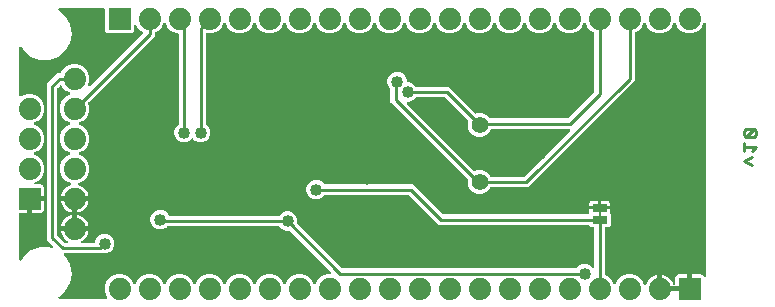
<source format=gbr>
G04 EAGLE Gerber RS-274X export*
G75*
%MOMM*%
%FSLAX34Y34*%
%LPD*%
%INBottom Copper*%
%IPPOS*%
%AMOC8*
5,1,8,0,0,1.08239X$1,22.5*%
G01*
%ADD10C,0.254000*%
%ADD11C,1.422400*%
%ADD12C,0.203200*%
%ADD13R,1.270000X0.635000*%
%ADD14R,1.879600X1.879600*%
%ADD15C,1.879600*%
%ADD16C,1.016000*%
%ADD17C,0.939800*%

G36*
X77599Y4081D02*
X77599Y4081D01*
X77713Y4091D01*
X77739Y4101D01*
X77767Y4105D01*
X77872Y4152D01*
X77979Y4193D01*
X78001Y4209D01*
X78026Y4221D01*
X78114Y4295D01*
X78205Y4364D01*
X78222Y4387D01*
X78243Y4404D01*
X78307Y4500D01*
X78375Y4592D01*
X78385Y4618D01*
X78401Y4641D01*
X78435Y4751D01*
X78476Y4858D01*
X78478Y4886D01*
X78486Y4912D01*
X78489Y5027D01*
X78499Y5141D01*
X78493Y5166D01*
X78494Y5196D01*
X78427Y5453D01*
X78423Y5469D01*
X76453Y10224D01*
X76453Y15176D01*
X78348Y19751D01*
X81849Y23252D01*
X86424Y25147D01*
X91376Y25147D01*
X95951Y23252D01*
X99452Y19751D01*
X100662Y16829D01*
X100677Y16804D01*
X100686Y16776D01*
X100749Y16681D01*
X100807Y16584D01*
X100828Y16564D01*
X100844Y16539D01*
X100931Y16466D01*
X101013Y16389D01*
X101039Y16375D01*
X101062Y16356D01*
X101165Y16310D01*
X101266Y16259D01*
X101295Y16253D01*
X101322Y16241D01*
X101434Y16225D01*
X101545Y16204D01*
X101574Y16206D01*
X101603Y16202D01*
X101715Y16218D01*
X101828Y16228D01*
X101855Y16239D01*
X101885Y16243D01*
X101988Y16289D01*
X102093Y16330D01*
X102117Y16348D01*
X102144Y16360D01*
X102230Y16433D01*
X102320Y16502D01*
X102338Y16525D01*
X102360Y16544D01*
X102402Y16611D01*
X102490Y16729D01*
X102512Y16788D01*
X102538Y16829D01*
X103748Y19751D01*
X107249Y23252D01*
X111824Y25147D01*
X116776Y25147D01*
X121351Y23252D01*
X124852Y19751D01*
X126062Y16829D01*
X126077Y16804D01*
X126086Y16776D01*
X126149Y16681D01*
X126207Y16584D01*
X126228Y16564D01*
X126244Y16539D01*
X126331Y16466D01*
X126413Y16389D01*
X126439Y16375D01*
X126462Y16356D01*
X126565Y16310D01*
X126666Y16259D01*
X126695Y16253D01*
X126722Y16241D01*
X126834Y16225D01*
X126945Y16204D01*
X126974Y16206D01*
X127003Y16202D01*
X127115Y16218D01*
X127228Y16228D01*
X127255Y16239D01*
X127285Y16243D01*
X127388Y16289D01*
X127493Y16330D01*
X127517Y16348D01*
X127544Y16360D01*
X127630Y16433D01*
X127720Y16502D01*
X127738Y16525D01*
X127760Y16544D01*
X127802Y16611D01*
X127890Y16729D01*
X127912Y16788D01*
X127938Y16829D01*
X129148Y19751D01*
X132649Y23252D01*
X137224Y25147D01*
X142176Y25147D01*
X146751Y23252D01*
X150252Y19751D01*
X151462Y16829D01*
X151477Y16804D01*
X151486Y16776D01*
X151549Y16681D01*
X151607Y16584D01*
X151628Y16564D01*
X151644Y16539D01*
X151731Y16466D01*
X151813Y16389D01*
X151839Y16375D01*
X151862Y16356D01*
X151965Y16310D01*
X152066Y16259D01*
X152095Y16253D01*
X152122Y16241D01*
X152234Y16225D01*
X152345Y16204D01*
X152374Y16206D01*
X152403Y16202D01*
X152515Y16218D01*
X152628Y16228D01*
X152655Y16239D01*
X152685Y16243D01*
X152788Y16289D01*
X152893Y16330D01*
X152917Y16348D01*
X152944Y16360D01*
X153030Y16433D01*
X153120Y16502D01*
X153138Y16525D01*
X153160Y16544D01*
X153202Y16611D01*
X153290Y16729D01*
X153312Y16788D01*
X153338Y16829D01*
X154548Y19751D01*
X158049Y23252D01*
X162624Y25147D01*
X167576Y25147D01*
X172151Y23252D01*
X175652Y19751D01*
X176862Y16829D01*
X176877Y16804D01*
X176886Y16776D01*
X176949Y16681D01*
X177007Y16584D01*
X177028Y16564D01*
X177044Y16539D01*
X177131Y16466D01*
X177213Y16389D01*
X177239Y16375D01*
X177262Y16356D01*
X177365Y16310D01*
X177466Y16259D01*
X177495Y16253D01*
X177522Y16241D01*
X177634Y16225D01*
X177745Y16204D01*
X177774Y16206D01*
X177803Y16202D01*
X177915Y16218D01*
X178028Y16228D01*
X178055Y16239D01*
X178085Y16243D01*
X178188Y16289D01*
X178293Y16330D01*
X178317Y16348D01*
X178344Y16360D01*
X178430Y16433D01*
X178520Y16502D01*
X178538Y16525D01*
X178560Y16544D01*
X178602Y16611D01*
X178690Y16729D01*
X178712Y16788D01*
X178738Y16829D01*
X179948Y19751D01*
X183449Y23252D01*
X188024Y25147D01*
X192976Y25147D01*
X197551Y23252D01*
X201052Y19751D01*
X202262Y16829D01*
X202277Y16804D01*
X202286Y16776D01*
X202349Y16681D01*
X202407Y16584D01*
X202428Y16564D01*
X202444Y16539D01*
X202531Y16466D01*
X202613Y16389D01*
X202639Y16375D01*
X202662Y16356D01*
X202765Y16310D01*
X202866Y16259D01*
X202895Y16253D01*
X202922Y16241D01*
X203034Y16225D01*
X203145Y16204D01*
X203174Y16206D01*
X203203Y16202D01*
X203315Y16218D01*
X203428Y16228D01*
X203455Y16239D01*
X203485Y16243D01*
X203588Y16289D01*
X203693Y16330D01*
X203717Y16348D01*
X203744Y16360D01*
X203830Y16433D01*
X203920Y16502D01*
X203938Y16525D01*
X203960Y16544D01*
X204002Y16611D01*
X204090Y16729D01*
X204112Y16788D01*
X204138Y16829D01*
X205348Y19751D01*
X208849Y23252D01*
X213424Y25147D01*
X218376Y25147D01*
X222951Y23252D01*
X226452Y19751D01*
X227662Y16829D01*
X227677Y16804D01*
X227686Y16776D01*
X227749Y16681D01*
X227807Y16584D01*
X227828Y16564D01*
X227844Y16539D01*
X227931Y16466D01*
X228013Y16389D01*
X228039Y16375D01*
X228062Y16356D01*
X228165Y16310D01*
X228266Y16259D01*
X228295Y16253D01*
X228322Y16241D01*
X228434Y16225D01*
X228545Y16204D01*
X228574Y16206D01*
X228603Y16202D01*
X228715Y16218D01*
X228828Y16228D01*
X228855Y16239D01*
X228885Y16243D01*
X228988Y16289D01*
X229093Y16330D01*
X229117Y16348D01*
X229144Y16360D01*
X229230Y16433D01*
X229320Y16502D01*
X229338Y16525D01*
X229360Y16544D01*
X229402Y16611D01*
X229490Y16729D01*
X229512Y16788D01*
X229538Y16829D01*
X230748Y19751D01*
X234249Y23252D01*
X238824Y25147D01*
X243776Y25147D01*
X248351Y23252D01*
X251852Y19751D01*
X253062Y16829D01*
X253077Y16804D01*
X253086Y16776D01*
X253149Y16681D01*
X253207Y16584D01*
X253228Y16564D01*
X253244Y16539D01*
X253331Y16466D01*
X253413Y16389D01*
X253439Y16375D01*
X253462Y16356D01*
X253565Y16310D01*
X253666Y16259D01*
X253695Y16253D01*
X253722Y16241D01*
X253834Y16225D01*
X253945Y16204D01*
X253974Y16206D01*
X254003Y16202D01*
X254115Y16218D01*
X254228Y16228D01*
X254255Y16239D01*
X254285Y16243D01*
X254388Y16289D01*
X254493Y16330D01*
X254517Y16348D01*
X254544Y16360D01*
X254630Y16433D01*
X254720Y16502D01*
X254738Y16525D01*
X254760Y16544D01*
X254802Y16611D01*
X254890Y16729D01*
X254912Y16788D01*
X254938Y16829D01*
X256148Y19751D01*
X259649Y23252D01*
X264224Y25147D01*
X267285Y25147D01*
X267314Y25151D01*
X267343Y25148D01*
X267454Y25171D01*
X267566Y25187D01*
X267593Y25199D01*
X267622Y25204D01*
X267722Y25256D01*
X267826Y25303D01*
X267848Y25322D01*
X267874Y25335D01*
X267956Y25413D01*
X268043Y25486D01*
X268059Y25511D01*
X268080Y25531D01*
X268137Y25629D01*
X268200Y25723D01*
X268209Y25751D01*
X268224Y25776D01*
X268252Y25886D01*
X268286Y25994D01*
X268287Y26024D01*
X268294Y26052D01*
X268290Y26165D01*
X268293Y26278D01*
X268286Y26307D01*
X268285Y26336D01*
X268250Y26444D01*
X268221Y26553D01*
X268206Y26579D01*
X268197Y26607D01*
X268152Y26670D01*
X268076Y26798D01*
X268030Y26841D01*
X268003Y26880D01*
X233458Y61424D01*
X233389Y61476D01*
X233325Y61536D01*
X233275Y61562D01*
X233231Y61595D01*
X233150Y61626D01*
X233072Y61666D01*
X233024Y61674D01*
X232966Y61696D01*
X232818Y61708D01*
X232741Y61721D01*
X229523Y61721D01*
X226535Y62959D01*
X224260Y65234D01*
X224190Y65286D01*
X224127Y65346D01*
X224077Y65372D01*
X224033Y65405D01*
X223951Y65436D01*
X223874Y65476D01*
X223826Y65484D01*
X223767Y65506D01*
X223620Y65518D01*
X223542Y65531D01*
X129518Y65531D01*
X129431Y65519D01*
X129344Y65516D01*
X129291Y65499D01*
X129236Y65491D01*
X129156Y65456D01*
X129073Y65429D01*
X129034Y65401D01*
X128977Y65375D01*
X128863Y65279D01*
X128800Y65234D01*
X127795Y64229D01*
X124807Y62991D01*
X121573Y62991D01*
X118585Y64229D01*
X116299Y66515D01*
X115061Y69503D01*
X115061Y72737D01*
X116299Y75725D01*
X118585Y78011D01*
X121573Y79249D01*
X124807Y79249D01*
X127795Y78011D01*
X130081Y75725D01*
X130466Y74795D01*
X130467Y74794D01*
X130467Y74793D01*
X130539Y74672D01*
X130611Y74551D01*
X130612Y74550D01*
X130613Y74548D01*
X130717Y74451D01*
X130817Y74355D01*
X130819Y74355D01*
X130820Y74354D01*
X130945Y74289D01*
X131070Y74225D01*
X131072Y74225D01*
X131073Y74224D01*
X131088Y74222D01*
X131349Y74170D01*
X131379Y74173D01*
X131404Y74169D01*
X223542Y74169D01*
X223629Y74181D01*
X223717Y74184D01*
X223769Y74201D01*
X223824Y74209D01*
X223904Y74244D01*
X223987Y74271D01*
X224026Y74299D01*
X224083Y74325D01*
X224197Y74421D01*
X224260Y74466D01*
X226535Y76741D01*
X229523Y77979D01*
X232757Y77979D01*
X235745Y76741D01*
X238031Y74455D01*
X239269Y71467D01*
X239269Y68249D01*
X239281Y68163D01*
X239284Y68075D01*
X239301Y68023D01*
X239309Y67968D01*
X239344Y67888D01*
X239371Y67805D01*
X239399Y67766D01*
X239425Y67709D01*
X239521Y67595D01*
X239566Y67532D01*
X277082Y30016D01*
X277151Y29964D01*
X277215Y29904D01*
X277265Y29878D01*
X277309Y29845D01*
X277390Y29814D01*
X277468Y29774D01*
X277516Y29766D01*
X277574Y29744D01*
X277722Y29732D01*
X277799Y29719D01*
X475002Y29719D01*
X475089Y29731D01*
X475176Y29734D01*
X475229Y29751D01*
X475284Y29759D01*
X475364Y29794D01*
X475447Y29821D01*
X475486Y29849D01*
X475543Y29875D01*
X475657Y29971D01*
X475720Y30016D01*
X477995Y32291D01*
X480983Y33529D01*
X484217Y33529D01*
X487205Y32291D01*
X489248Y30248D01*
X489272Y30230D01*
X489291Y30208D01*
X489385Y30145D01*
X489475Y30077D01*
X489503Y30066D01*
X489527Y30050D01*
X489635Y30016D01*
X489741Y29976D01*
X489770Y29973D01*
X489798Y29964D01*
X489912Y29961D01*
X490024Y29952D01*
X490053Y29958D01*
X490082Y29957D01*
X490192Y29986D01*
X490303Y30008D01*
X490329Y30021D01*
X490357Y30029D01*
X490455Y30087D01*
X490555Y30139D01*
X490577Y30159D01*
X490602Y30174D01*
X490679Y30257D01*
X490761Y30335D01*
X490776Y30360D01*
X490796Y30381D01*
X490848Y30482D01*
X490905Y30580D01*
X490912Y30608D01*
X490926Y30634D01*
X490939Y30712D01*
X490975Y30855D01*
X490973Y30918D01*
X490981Y30966D01*
X490981Y63881D01*
X490973Y63939D01*
X490975Y63997D01*
X490953Y64079D01*
X490941Y64163D01*
X490918Y64216D01*
X490903Y64272D01*
X490860Y64345D01*
X490825Y64422D01*
X490787Y64467D01*
X490758Y64517D01*
X490696Y64575D01*
X490642Y64639D01*
X490593Y64671D01*
X490550Y64711D01*
X490475Y64750D01*
X490405Y64797D01*
X490349Y64814D01*
X490297Y64841D01*
X490229Y64852D01*
X490134Y64882D01*
X490034Y64885D01*
X489966Y64896D01*
X487687Y64896D01*
X486080Y66504D01*
X486010Y66556D01*
X485946Y66616D01*
X485896Y66642D01*
X485852Y66675D01*
X485771Y66706D01*
X485693Y66746D01*
X485645Y66754D01*
X485587Y66776D01*
X485439Y66788D01*
X485362Y66801D01*
X358891Y66801D01*
X333788Y91904D01*
X333719Y91956D01*
X333655Y92016D01*
X333605Y92042D01*
X333561Y92075D01*
X333480Y92106D01*
X333402Y92146D01*
X333354Y92154D01*
X333296Y92176D01*
X333148Y92188D01*
X333071Y92201D01*
X262868Y92201D01*
X262781Y92189D01*
X262694Y92186D01*
X262641Y92169D01*
X262586Y92161D01*
X262506Y92126D01*
X262423Y92099D01*
X262384Y92071D01*
X262327Y92045D01*
X262213Y91949D01*
X262150Y91904D01*
X259875Y89629D01*
X256887Y88391D01*
X253653Y88391D01*
X250665Y89629D01*
X248379Y91915D01*
X247141Y94903D01*
X247141Y98137D01*
X248379Y101125D01*
X250665Y103411D01*
X253653Y104649D01*
X256887Y104649D01*
X259875Y103411D01*
X262150Y101136D01*
X262219Y101084D01*
X262283Y101024D01*
X262333Y100998D01*
X262377Y100965D01*
X262459Y100934D01*
X262537Y100894D01*
X262584Y100886D01*
X262643Y100864D01*
X262790Y100852D01*
X262868Y100839D01*
X337069Y100839D01*
X362172Y75736D01*
X362241Y75684D01*
X362305Y75624D01*
X362355Y75598D01*
X362399Y75565D01*
X362480Y75534D01*
X362558Y75494D01*
X362606Y75486D01*
X362664Y75464D01*
X362812Y75452D01*
X362889Y75439D01*
X485362Y75439D01*
X485448Y75451D01*
X485536Y75454D01*
X485588Y75471D01*
X485643Y75479D01*
X485723Y75514D01*
X485806Y75541D01*
X485845Y75569D01*
X485903Y75595D01*
X486016Y75691D01*
X486079Y75736D01*
X486356Y76012D01*
X486397Y76067D01*
X486446Y76115D01*
X486455Y76132D01*
X486456Y76133D01*
X486482Y76180D01*
X486526Y76239D01*
X486551Y76304D01*
X486585Y76364D01*
X486589Y76381D01*
X486590Y76383D01*
X486596Y76412D01*
X486601Y76436D01*
X486628Y76505D01*
X486633Y76574D01*
X486649Y76640D01*
X486648Y76657D01*
X486649Y76661D01*
X486647Y76688D01*
X486645Y76714D01*
X486651Y76788D01*
X486638Y76856D01*
X486634Y76924D01*
X486620Y76962D01*
X486617Y76995D01*
X486409Y77771D01*
X486409Y79693D01*
X490220Y79693D01*
X490278Y79701D01*
X490336Y79700D01*
X490418Y79721D01*
X490502Y79733D01*
X490555Y79757D01*
X490611Y79772D01*
X490684Y79815D01*
X490761Y79849D01*
X490806Y79887D01*
X490856Y79917D01*
X490914Y79978D01*
X490978Y80033D01*
X491010Y80082D01*
X491050Y80124D01*
X491089Y80199D01*
X491136Y80270D01*
X491153Y80325D01*
X491180Y80377D01*
X491191Y80445D01*
X491221Y80541D01*
X491224Y80640D01*
X491235Y80708D01*
X491235Y81852D01*
X491227Y81909D01*
X491229Y81968D01*
X491207Y82049D01*
X491195Y82133D01*
X491172Y82186D01*
X491157Y82243D01*
X491114Y82315D01*
X491079Y82392D01*
X491041Y82437D01*
X491012Y82487D01*
X490950Y82545D01*
X490896Y82609D01*
X490847Y82642D01*
X490804Y82682D01*
X490729Y82720D01*
X490659Y82767D01*
X490603Y82785D01*
X490551Y82811D01*
X490483Y82823D01*
X490388Y82853D01*
X490288Y82855D01*
X490220Y82867D01*
X486409Y82867D01*
X486409Y84789D01*
X486582Y85436D01*
X486917Y86015D01*
X487390Y86488D01*
X487969Y86823D01*
X488616Y86996D01*
X493713Y86996D01*
X493713Y85090D01*
X493721Y85032D01*
X493720Y84974D01*
X493741Y84892D01*
X493753Y84808D01*
X493777Y84755D01*
X493792Y84699D01*
X493835Y84626D01*
X493869Y84549D01*
X493907Y84504D01*
X493937Y84454D01*
X493998Y84396D01*
X494053Y84332D01*
X494102Y84300D01*
X494144Y84260D01*
X494219Y84221D01*
X494290Y84174D01*
X494345Y84157D01*
X494397Y84130D01*
X494465Y84119D01*
X494561Y84089D01*
X494660Y84086D01*
X494728Y84075D01*
X495872Y84075D01*
X495929Y84083D01*
X495988Y84081D01*
X496069Y84103D01*
X496153Y84115D01*
X496206Y84138D01*
X496263Y84153D01*
X496335Y84196D01*
X496412Y84231D01*
X496457Y84269D01*
X496507Y84298D01*
X496565Y84360D01*
X496629Y84414D01*
X496662Y84463D01*
X496702Y84506D01*
X496740Y84581D01*
X496787Y84651D01*
X496805Y84707D01*
X496831Y84759D01*
X496843Y84827D01*
X496873Y84922D01*
X496875Y85022D01*
X496887Y85090D01*
X496887Y86996D01*
X501984Y86996D01*
X502631Y86823D01*
X503210Y86488D01*
X503683Y86015D01*
X504018Y85436D01*
X504191Y84789D01*
X504191Y82867D01*
X500380Y82867D01*
X500322Y82859D01*
X500264Y82860D01*
X500182Y82839D01*
X500098Y82827D01*
X500045Y82803D01*
X499989Y82788D01*
X499916Y82745D01*
X499839Y82711D01*
X499794Y82673D01*
X499744Y82643D01*
X499686Y82581D01*
X499622Y82527D01*
X499590Y82478D01*
X499550Y82436D01*
X499511Y82361D01*
X499464Y82290D01*
X499447Y82235D01*
X499420Y82183D01*
X499409Y82115D01*
X499379Y82019D01*
X499376Y81920D01*
X499365Y81852D01*
X499365Y80708D01*
X499373Y80651D01*
X499371Y80592D01*
X499393Y80510D01*
X499405Y80427D01*
X499428Y80374D01*
X499443Y80317D01*
X499486Y80245D01*
X499521Y80168D01*
X499559Y80123D01*
X499588Y80073D01*
X499650Y80015D01*
X499704Y79951D01*
X499753Y79918D01*
X499796Y79878D01*
X499871Y79840D01*
X499941Y79793D01*
X499997Y79775D01*
X500049Y79749D01*
X500117Y79737D01*
X500212Y79707D01*
X500312Y79705D01*
X500380Y79693D01*
X504191Y79693D01*
X504191Y77771D01*
X503983Y76995D01*
X503982Y76988D01*
X503977Y76975D01*
X503970Y76907D01*
X503953Y76840D01*
X503955Y76768D01*
X503949Y76713D01*
X503949Y76708D01*
X503948Y76692D01*
X503960Y76625D01*
X503962Y76556D01*
X503985Y76486D01*
X503988Y76465D01*
X503994Y76432D01*
X503995Y76430D01*
X503998Y76413D01*
X504028Y76351D01*
X504050Y76285D01*
X504086Y76235D01*
X504112Y76182D01*
X504115Y76175D01*
X504124Y76158D01*
X504201Y76073D01*
X504244Y76012D01*
X504699Y75558D01*
X504699Y66682D01*
X502913Y64896D01*
X500634Y64896D01*
X500576Y64888D01*
X500518Y64890D01*
X500436Y64868D01*
X500352Y64856D01*
X500299Y64833D01*
X500243Y64818D01*
X500170Y64775D01*
X500093Y64740D01*
X500048Y64702D01*
X499998Y64673D01*
X499940Y64611D01*
X499876Y64557D01*
X499844Y64508D01*
X499804Y64465D01*
X499765Y64390D01*
X499718Y64320D01*
X499701Y64264D01*
X499674Y64212D01*
X499663Y64144D01*
X499633Y64049D01*
X499630Y63949D01*
X499619Y63881D01*
X499619Y25062D01*
X499619Y25060D01*
X499619Y25059D01*
X499639Y24919D01*
X499659Y24780D01*
X499659Y24779D01*
X499659Y24777D01*
X499717Y24649D01*
X499775Y24521D01*
X499776Y24520D01*
X499777Y24518D01*
X499869Y24410D01*
X499958Y24304D01*
X499960Y24303D01*
X499961Y24302D01*
X499974Y24294D01*
X500195Y24146D01*
X500224Y24137D01*
X500245Y24124D01*
X502351Y23252D01*
X505852Y19751D01*
X507062Y16829D01*
X507077Y16804D01*
X507086Y16776D01*
X507149Y16681D01*
X507207Y16584D01*
X507228Y16564D01*
X507244Y16539D01*
X507331Y16466D01*
X507413Y16389D01*
X507439Y16375D01*
X507462Y16356D01*
X507565Y16310D01*
X507666Y16259D01*
X507695Y16253D01*
X507722Y16241D01*
X507834Y16225D01*
X507945Y16204D01*
X507974Y16206D01*
X508003Y16202D01*
X508115Y16218D01*
X508228Y16228D01*
X508255Y16239D01*
X508285Y16243D01*
X508388Y16289D01*
X508493Y16330D01*
X508517Y16348D01*
X508544Y16360D01*
X508630Y16433D01*
X508720Y16502D01*
X508738Y16525D01*
X508760Y16544D01*
X508802Y16611D01*
X508890Y16729D01*
X508912Y16788D01*
X508938Y16829D01*
X510148Y19751D01*
X513649Y23252D01*
X518224Y25147D01*
X523176Y25147D01*
X527751Y23252D01*
X531252Y19751D01*
X532769Y16089D01*
X532804Y16029D01*
X532830Y15965D01*
X532876Y15907D01*
X532913Y15844D01*
X532963Y15796D01*
X533006Y15742D01*
X533066Y15699D01*
X533120Y15649D01*
X533181Y15617D01*
X533238Y15577D01*
X533307Y15552D01*
X533373Y15518D01*
X533440Y15505D01*
X533506Y15482D01*
X533579Y15478D01*
X533652Y15463D01*
X533720Y15469D01*
X533789Y15465D01*
X533861Y15481D01*
X533935Y15488D01*
X533999Y15513D01*
X534067Y15528D01*
X534131Y15563D01*
X534200Y15590D01*
X534255Y15631D01*
X534316Y15665D01*
X534368Y15717D01*
X534427Y15761D01*
X534468Y15817D01*
X534517Y15866D01*
X534546Y15921D01*
X534597Y15989D01*
X534638Y16097D01*
X534672Y16163D01*
X535036Y17283D01*
X535889Y18957D01*
X536994Y20478D01*
X538322Y21806D01*
X539843Y22911D01*
X541517Y23764D01*
X543304Y24345D01*
X544069Y24466D01*
X544069Y13716D01*
X544077Y13658D01*
X544075Y13600D01*
X544097Y13518D01*
X544109Y13435D01*
X544133Y13381D01*
X544147Y13325D01*
X544190Y13252D01*
X544225Y13175D01*
X544263Y13131D01*
X544293Y13080D01*
X544354Y13023D01*
X544409Y12958D01*
X544457Y12926D01*
X544500Y12886D01*
X544575Y12847D01*
X544645Y12801D01*
X544701Y12783D01*
X544753Y12756D01*
X544821Y12745D01*
X544916Y12715D01*
X545016Y12712D01*
X545084Y12701D01*
X546101Y12701D01*
X546101Y11684D01*
X546109Y11626D01*
X546108Y11568D01*
X546129Y11486D01*
X546141Y11403D01*
X546165Y11349D01*
X546179Y11293D01*
X546222Y11220D01*
X546257Y11143D01*
X546295Y11098D01*
X546325Y11048D01*
X546386Y10990D01*
X546441Y10926D01*
X546489Y10894D01*
X546532Y10854D01*
X546607Y10815D01*
X546677Y10769D01*
X546733Y10751D01*
X546785Y10724D01*
X546853Y10713D01*
X546948Y10683D01*
X547048Y10680D01*
X547116Y10669D01*
X570484Y10669D01*
X570542Y10677D01*
X570600Y10675D01*
X570682Y10697D01*
X570765Y10709D01*
X570819Y10733D01*
X570875Y10747D01*
X570948Y10790D01*
X571025Y10825D01*
X571069Y10863D01*
X571120Y10893D01*
X571177Y10954D01*
X571242Y11009D01*
X571274Y11057D01*
X571314Y11100D01*
X571353Y11175D01*
X571399Y11245D01*
X571417Y11301D01*
X571444Y11353D01*
X571455Y11421D01*
X571485Y11516D01*
X571488Y11616D01*
X571499Y11684D01*
X571499Y12701D01*
X572516Y12701D01*
X572574Y12709D01*
X572632Y12708D01*
X572714Y12729D01*
X572797Y12741D01*
X572851Y12765D01*
X572907Y12779D01*
X572980Y12822D01*
X573057Y12857D01*
X573102Y12895D01*
X573152Y12925D01*
X573210Y12986D01*
X573274Y13041D01*
X573306Y13089D01*
X573346Y13132D01*
X573385Y13207D01*
X573431Y13277D01*
X573449Y13333D01*
X573476Y13385D01*
X573487Y13453D01*
X573517Y13548D01*
X573520Y13648D01*
X573531Y13716D01*
X573531Y24639D01*
X581232Y24639D01*
X581879Y24466D01*
X582458Y24131D01*
X582931Y23658D01*
X583321Y22983D01*
X583333Y22968D01*
X583341Y22950D01*
X583420Y22856D01*
X583496Y22759D01*
X583512Y22748D01*
X583525Y22733D01*
X583627Y22665D01*
X583726Y22593D01*
X583745Y22586D01*
X583761Y22575D01*
X583878Y22538D01*
X583994Y22497D01*
X584014Y22495D01*
X584032Y22489D01*
X584155Y22486D01*
X584278Y22478D01*
X584297Y22483D01*
X584316Y22482D01*
X584435Y22513D01*
X584555Y22540D01*
X584573Y22549D01*
X584591Y22554D01*
X584697Y22617D01*
X584805Y22675D01*
X584819Y22689D01*
X584836Y22699D01*
X584920Y22789D01*
X585007Y22875D01*
X585017Y22892D01*
X585030Y22907D01*
X585086Y23016D01*
X585146Y23123D01*
X585151Y23142D01*
X585160Y23160D01*
X585172Y23232D01*
X585211Y23400D01*
X585209Y23451D01*
X585215Y23491D01*
X585215Y236783D01*
X585203Y236868D01*
X585201Y236954D01*
X585183Y237008D01*
X585175Y237064D01*
X585140Y237143D01*
X585114Y237224D01*
X585082Y237272D01*
X585059Y237324D01*
X585004Y237389D01*
X584956Y237461D01*
X584912Y237497D01*
X584875Y237541D01*
X584804Y237588D01*
X584738Y237644D01*
X584686Y237667D01*
X584639Y237698D01*
X584557Y237724D01*
X584478Y237759D01*
X584422Y237767D01*
X584368Y237784D01*
X584282Y237786D01*
X584197Y237798D01*
X584141Y237790D01*
X584084Y237791D01*
X584001Y237770D01*
X583915Y237757D01*
X583864Y237734D01*
X583809Y237719D01*
X583735Y237676D01*
X583656Y237640D01*
X583613Y237603D01*
X583564Y237574D01*
X583505Y237512D01*
X583440Y237456D01*
X583414Y237414D01*
X583370Y237367D01*
X583304Y237238D01*
X583262Y237171D01*
X582052Y234249D01*
X578551Y230748D01*
X573976Y228853D01*
X569024Y228853D01*
X564449Y230748D01*
X560948Y234249D01*
X559738Y237171D01*
X559723Y237196D01*
X559714Y237224D01*
X559651Y237319D01*
X559593Y237416D01*
X559572Y237436D01*
X559556Y237461D01*
X559469Y237534D01*
X559387Y237611D01*
X559361Y237625D01*
X559338Y237644D01*
X559235Y237690D01*
X559134Y237741D01*
X559105Y237747D01*
X559078Y237759D01*
X558966Y237775D01*
X558855Y237796D01*
X558826Y237794D01*
X558797Y237798D01*
X558685Y237782D01*
X558572Y237772D01*
X558545Y237761D01*
X558515Y237757D01*
X558412Y237711D01*
X558307Y237670D01*
X558283Y237652D01*
X558256Y237640D01*
X558170Y237567D01*
X558080Y237498D01*
X558062Y237475D01*
X558040Y237456D01*
X557998Y237389D01*
X557910Y237271D01*
X557888Y237212D01*
X557862Y237171D01*
X556652Y234249D01*
X553151Y230748D01*
X548576Y228853D01*
X543624Y228853D01*
X539049Y230748D01*
X535548Y234249D01*
X534338Y237171D01*
X534323Y237196D01*
X534314Y237224D01*
X534251Y237319D01*
X534193Y237416D01*
X534172Y237436D01*
X534156Y237461D01*
X534069Y237534D01*
X533987Y237611D01*
X533961Y237625D01*
X533938Y237644D01*
X533835Y237690D01*
X533734Y237741D01*
X533705Y237747D01*
X533678Y237759D01*
X533566Y237775D01*
X533455Y237796D01*
X533426Y237794D01*
X533397Y237798D01*
X533285Y237782D01*
X533172Y237772D01*
X533145Y237761D01*
X533115Y237757D01*
X533012Y237711D01*
X532907Y237670D01*
X532883Y237652D01*
X532856Y237640D01*
X532770Y237567D01*
X532680Y237498D01*
X532662Y237475D01*
X532640Y237456D01*
X532598Y237389D01*
X532510Y237271D01*
X532488Y237212D01*
X532462Y237171D01*
X531252Y234249D01*
X527751Y230748D01*
X525645Y229876D01*
X525644Y229875D01*
X525643Y229875D01*
X525524Y229805D01*
X525401Y229732D01*
X525400Y229731D01*
X525398Y229730D01*
X525301Y229626D01*
X525205Y229525D01*
X525205Y229524D01*
X525204Y229522D01*
X525139Y229397D01*
X525075Y229272D01*
X525075Y229271D01*
X525074Y229269D01*
X525072Y229254D01*
X525020Y228993D01*
X525023Y228963D01*
X525019Y228938D01*
X525019Y188711D01*
X434859Y98551D01*
X403587Y98551D01*
X403586Y98551D01*
X403584Y98551D01*
X403444Y98531D01*
X403306Y98511D01*
X403304Y98511D01*
X403303Y98511D01*
X403177Y98454D01*
X403046Y98395D01*
X403045Y98394D01*
X403044Y98393D01*
X402937Y98302D01*
X402829Y98212D01*
X402829Y98210D01*
X402827Y98209D01*
X402819Y98196D01*
X402672Y97975D01*
X402663Y97946D01*
X402649Y97925D01*
X402314Y97114D01*
X399456Y94256D01*
X395721Y92709D01*
X391679Y92709D01*
X387944Y94256D01*
X385086Y97114D01*
X383539Y100849D01*
X383539Y104944D01*
X383574Y105078D01*
X383574Y105080D01*
X383574Y105082D01*
X383570Y105211D01*
X383566Y105363D01*
X383565Y105364D01*
X383565Y105366D01*
X383522Y105498D01*
X383479Y105633D01*
X383478Y105635D01*
X383478Y105636D01*
X383469Y105649D01*
X383321Y105869D01*
X383297Y105889D01*
X383283Y105910D01*
X318261Y170931D01*
X318261Y181632D01*
X318249Y181719D01*
X318246Y181806D01*
X318229Y181859D01*
X318221Y181914D01*
X318186Y181994D01*
X318159Y182077D01*
X318131Y182116D01*
X318105Y182173D01*
X318009Y182287D01*
X317964Y182350D01*
X316959Y183355D01*
X315721Y186343D01*
X315721Y189577D01*
X316959Y192565D01*
X319245Y194851D01*
X322233Y196089D01*
X325467Y196089D01*
X328455Y194851D01*
X330741Y192565D01*
X331979Y189577D01*
X331979Y188214D01*
X331987Y188156D01*
X331985Y188098D01*
X332007Y188016D01*
X332019Y187932D01*
X332042Y187879D01*
X332057Y187823D01*
X332100Y187750D01*
X332135Y187673D01*
X332173Y187628D01*
X332202Y187578D01*
X332264Y187520D01*
X332318Y187456D01*
X332367Y187424D01*
X332410Y187384D01*
X332485Y187345D01*
X332555Y187298D01*
X332611Y187281D01*
X332663Y187254D01*
X332731Y187243D01*
X332826Y187213D01*
X332926Y187210D01*
X332994Y187199D01*
X334357Y187199D01*
X337345Y185961D01*
X339620Y183686D01*
X339689Y183634D01*
X339753Y183574D01*
X339803Y183548D01*
X339847Y183515D01*
X339929Y183484D01*
X340007Y183444D01*
X340054Y183436D01*
X340113Y183414D01*
X340260Y183402D01*
X340338Y183389D01*
X367549Y183389D01*
X389762Y161175D01*
X389764Y161174D01*
X389765Y161173D01*
X389880Y161087D01*
X389990Y161004D01*
X389991Y161004D01*
X389992Y161003D01*
X390126Y160952D01*
X390255Y160903D01*
X390257Y160903D01*
X390258Y160902D01*
X390403Y160891D01*
X390539Y160880D01*
X390540Y160880D01*
X390542Y160880D01*
X390557Y160883D01*
X390817Y160935D01*
X390844Y160950D01*
X390869Y160955D01*
X391679Y161291D01*
X395721Y161291D01*
X399456Y159744D01*
X402183Y157016D01*
X402253Y156964D01*
X402317Y156904D01*
X402366Y156878D01*
X402411Y156845D01*
X402492Y156814D01*
X402570Y156774D01*
X402618Y156766D01*
X402676Y156744D01*
X402824Y156732D01*
X402901Y156719D01*
X467691Y156719D01*
X467777Y156731D01*
X467865Y156734D01*
X467917Y156751D01*
X467972Y156759D01*
X468052Y156794D01*
X468135Y156821D01*
X468174Y156849D01*
X468231Y156875D01*
X468345Y156971D01*
X468408Y157016D01*
X490684Y179292D01*
X490736Y179361D01*
X490796Y179425D01*
X490822Y179475D01*
X490855Y179519D01*
X490886Y179600D01*
X490926Y179678D01*
X490934Y179726D01*
X490956Y179784D01*
X490968Y179932D01*
X490981Y180009D01*
X490981Y228938D01*
X490981Y228940D01*
X490981Y228941D01*
X490961Y229081D01*
X490941Y229220D01*
X490941Y229221D01*
X490941Y229223D01*
X490884Y229349D01*
X490825Y229479D01*
X490824Y229480D01*
X490823Y229482D01*
X490732Y229589D01*
X490642Y229696D01*
X490640Y229697D01*
X490639Y229698D01*
X490626Y229706D01*
X490405Y229854D01*
X490376Y229863D01*
X490355Y229876D01*
X488249Y230748D01*
X484748Y234249D01*
X483538Y237171D01*
X483523Y237196D01*
X483514Y237224D01*
X483451Y237319D01*
X483393Y237416D01*
X483372Y237436D01*
X483356Y237461D01*
X483269Y237534D01*
X483187Y237611D01*
X483161Y237625D01*
X483138Y237644D01*
X483035Y237690D01*
X482934Y237741D01*
X482905Y237747D01*
X482878Y237759D01*
X482766Y237775D01*
X482655Y237796D01*
X482626Y237794D01*
X482597Y237798D01*
X482485Y237782D01*
X482372Y237772D01*
X482345Y237761D01*
X482315Y237757D01*
X482212Y237711D01*
X482107Y237670D01*
X482083Y237652D01*
X482056Y237640D01*
X481970Y237567D01*
X481880Y237498D01*
X481862Y237475D01*
X481840Y237456D01*
X481798Y237389D01*
X481710Y237271D01*
X481688Y237212D01*
X481662Y237171D01*
X480452Y234249D01*
X476951Y230748D01*
X472376Y228853D01*
X467424Y228853D01*
X462849Y230748D01*
X459348Y234249D01*
X458138Y237171D01*
X458123Y237196D01*
X458114Y237224D01*
X458051Y237319D01*
X457993Y237416D01*
X457972Y237436D01*
X457956Y237461D01*
X457869Y237534D01*
X457787Y237611D01*
X457761Y237625D01*
X457738Y237644D01*
X457635Y237690D01*
X457534Y237741D01*
X457505Y237747D01*
X457478Y237759D01*
X457366Y237775D01*
X457255Y237796D01*
X457226Y237794D01*
X457197Y237798D01*
X457085Y237782D01*
X456972Y237772D01*
X456945Y237761D01*
X456915Y237757D01*
X456812Y237711D01*
X456707Y237670D01*
X456683Y237652D01*
X456656Y237640D01*
X456570Y237567D01*
X456480Y237498D01*
X456462Y237475D01*
X456440Y237456D01*
X456398Y237389D01*
X456310Y237271D01*
X456288Y237212D01*
X456262Y237171D01*
X455052Y234249D01*
X451551Y230748D01*
X446976Y228853D01*
X442024Y228853D01*
X437449Y230748D01*
X433948Y234249D01*
X432738Y237171D01*
X432723Y237196D01*
X432714Y237224D01*
X432651Y237319D01*
X432593Y237416D01*
X432572Y237436D01*
X432556Y237461D01*
X432469Y237534D01*
X432387Y237611D01*
X432361Y237625D01*
X432338Y237644D01*
X432235Y237690D01*
X432134Y237741D01*
X432105Y237747D01*
X432078Y237759D01*
X431966Y237775D01*
X431855Y237796D01*
X431826Y237794D01*
X431797Y237798D01*
X431685Y237782D01*
X431572Y237772D01*
X431545Y237761D01*
X431515Y237757D01*
X431412Y237711D01*
X431307Y237670D01*
X431283Y237652D01*
X431256Y237640D01*
X431170Y237567D01*
X431080Y237498D01*
X431062Y237475D01*
X431040Y237456D01*
X430998Y237389D01*
X430910Y237271D01*
X430888Y237212D01*
X430862Y237171D01*
X429652Y234249D01*
X426151Y230748D01*
X421576Y228853D01*
X416624Y228853D01*
X412049Y230748D01*
X408548Y234249D01*
X407338Y237171D01*
X407323Y237196D01*
X407314Y237224D01*
X407251Y237319D01*
X407193Y237416D01*
X407172Y237436D01*
X407156Y237461D01*
X407069Y237534D01*
X406987Y237611D01*
X406961Y237625D01*
X406938Y237644D01*
X406835Y237690D01*
X406734Y237741D01*
X406705Y237747D01*
X406678Y237759D01*
X406566Y237775D01*
X406455Y237796D01*
X406426Y237794D01*
X406397Y237798D01*
X406285Y237782D01*
X406172Y237772D01*
X406145Y237761D01*
X406115Y237757D01*
X406012Y237711D01*
X405907Y237670D01*
X405883Y237652D01*
X405856Y237640D01*
X405770Y237567D01*
X405680Y237498D01*
X405662Y237475D01*
X405640Y237456D01*
X405598Y237389D01*
X405510Y237271D01*
X405488Y237212D01*
X405462Y237171D01*
X404252Y234249D01*
X400751Y230748D01*
X396176Y228853D01*
X391224Y228853D01*
X386649Y230748D01*
X383148Y234249D01*
X381938Y237171D01*
X381923Y237196D01*
X381914Y237224D01*
X381851Y237319D01*
X381793Y237416D01*
X381772Y237436D01*
X381756Y237461D01*
X381669Y237534D01*
X381587Y237611D01*
X381561Y237625D01*
X381538Y237644D01*
X381435Y237690D01*
X381334Y237741D01*
X381305Y237747D01*
X381278Y237759D01*
X381166Y237775D01*
X381055Y237796D01*
X381026Y237794D01*
X380997Y237798D01*
X380885Y237782D01*
X380772Y237772D01*
X380745Y237761D01*
X380715Y237757D01*
X380612Y237711D01*
X380507Y237670D01*
X380483Y237652D01*
X380456Y237640D01*
X380370Y237567D01*
X380280Y237498D01*
X380262Y237475D01*
X380240Y237456D01*
X380198Y237389D01*
X380110Y237271D01*
X380088Y237212D01*
X380062Y237171D01*
X378852Y234249D01*
X375351Y230748D01*
X370776Y228853D01*
X365824Y228853D01*
X361249Y230748D01*
X357748Y234249D01*
X356538Y237171D01*
X356523Y237196D01*
X356514Y237224D01*
X356451Y237319D01*
X356393Y237416D01*
X356372Y237436D01*
X356356Y237461D01*
X356269Y237534D01*
X356187Y237611D01*
X356161Y237625D01*
X356138Y237644D01*
X356035Y237690D01*
X355934Y237741D01*
X355905Y237747D01*
X355878Y237759D01*
X355766Y237775D01*
X355655Y237796D01*
X355626Y237794D01*
X355597Y237798D01*
X355485Y237782D01*
X355372Y237772D01*
X355345Y237761D01*
X355315Y237757D01*
X355212Y237711D01*
X355107Y237670D01*
X355083Y237652D01*
X355056Y237640D01*
X354970Y237567D01*
X354880Y237498D01*
X354862Y237475D01*
X354840Y237456D01*
X354798Y237389D01*
X354710Y237271D01*
X354688Y237212D01*
X354662Y237171D01*
X353452Y234249D01*
X349951Y230748D01*
X345376Y228853D01*
X340424Y228853D01*
X335849Y230748D01*
X332348Y234249D01*
X331138Y237171D01*
X331123Y237196D01*
X331114Y237224D01*
X331051Y237319D01*
X330993Y237416D01*
X330972Y237436D01*
X330956Y237461D01*
X330869Y237533D01*
X330787Y237611D01*
X330761Y237625D01*
X330738Y237643D01*
X330635Y237689D01*
X330534Y237741D01*
X330505Y237747D01*
X330478Y237759D01*
X330366Y237775D01*
X330255Y237796D01*
X330226Y237794D01*
X330197Y237798D01*
X330085Y237782D01*
X329972Y237772D01*
X329945Y237761D01*
X329916Y237757D01*
X329812Y237711D01*
X329707Y237670D01*
X329683Y237652D01*
X329656Y237640D01*
X329570Y237567D01*
X329480Y237498D01*
X329462Y237475D01*
X329440Y237456D01*
X329398Y237389D01*
X329310Y237271D01*
X329288Y237212D01*
X329262Y237171D01*
X328052Y234249D01*
X324551Y230748D01*
X319976Y228853D01*
X315024Y228853D01*
X310449Y230748D01*
X306948Y234249D01*
X305738Y237171D01*
X305723Y237196D01*
X305714Y237224D01*
X305651Y237319D01*
X305593Y237416D01*
X305572Y237436D01*
X305556Y237461D01*
X305469Y237534D01*
X305387Y237611D01*
X305361Y237625D01*
X305338Y237644D01*
X305235Y237690D01*
X305134Y237741D01*
X305105Y237747D01*
X305078Y237759D01*
X304966Y237775D01*
X304855Y237796D01*
X304826Y237794D01*
X304797Y237798D01*
X304685Y237782D01*
X304572Y237772D01*
X304545Y237761D01*
X304515Y237757D01*
X304412Y237711D01*
X304307Y237670D01*
X304283Y237652D01*
X304256Y237640D01*
X304170Y237567D01*
X304080Y237498D01*
X304062Y237475D01*
X304040Y237456D01*
X303998Y237389D01*
X303910Y237271D01*
X303888Y237212D01*
X303862Y237171D01*
X302652Y234249D01*
X299151Y230748D01*
X294576Y228853D01*
X289624Y228853D01*
X285049Y230748D01*
X281548Y234249D01*
X280338Y237171D01*
X280323Y237196D01*
X280314Y237224D01*
X280251Y237319D01*
X280193Y237416D01*
X280172Y237436D01*
X280156Y237461D01*
X280069Y237534D01*
X279987Y237611D01*
X279961Y237625D01*
X279938Y237644D01*
X279835Y237690D01*
X279734Y237741D01*
X279705Y237747D01*
X279678Y237759D01*
X279566Y237775D01*
X279455Y237796D01*
X279426Y237794D01*
X279397Y237798D01*
X279285Y237782D01*
X279172Y237772D01*
X279145Y237761D01*
X279115Y237757D01*
X279012Y237711D01*
X278907Y237670D01*
X278883Y237652D01*
X278856Y237640D01*
X278770Y237567D01*
X278680Y237498D01*
X278662Y237475D01*
X278640Y237456D01*
X278598Y237389D01*
X278510Y237271D01*
X278488Y237212D01*
X278462Y237171D01*
X277252Y234249D01*
X273751Y230748D01*
X269176Y228853D01*
X264224Y228853D01*
X259649Y230748D01*
X256148Y234249D01*
X254938Y237171D01*
X254923Y237196D01*
X254914Y237224D01*
X254851Y237319D01*
X254793Y237416D01*
X254772Y237436D01*
X254756Y237461D01*
X254669Y237534D01*
X254587Y237611D01*
X254561Y237625D01*
X254538Y237644D01*
X254435Y237690D01*
X254334Y237741D01*
X254305Y237747D01*
X254278Y237759D01*
X254166Y237775D01*
X254055Y237796D01*
X254026Y237794D01*
X253997Y237798D01*
X253885Y237782D01*
X253772Y237772D01*
X253745Y237761D01*
X253715Y237757D01*
X253612Y237711D01*
X253507Y237670D01*
X253483Y237652D01*
X253456Y237640D01*
X253370Y237567D01*
X253280Y237498D01*
X253262Y237475D01*
X253240Y237456D01*
X253198Y237389D01*
X253110Y237271D01*
X253088Y237212D01*
X253062Y237171D01*
X251852Y234249D01*
X248351Y230748D01*
X243776Y228853D01*
X238824Y228853D01*
X234249Y230748D01*
X230748Y234249D01*
X229538Y237171D01*
X229523Y237196D01*
X229514Y237224D01*
X229451Y237319D01*
X229393Y237416D01*
X229372Y237436D01*
X229356Y237461D01*
X229269Y237534D01*
X229187Y237611D01*
X229161Y237625D01*
X229138Y237644D01*
X229035Y237690D01*
X228934Y237741D01*
X228905Y237747D01*
X228878Y237759D01*
X228766Y237775D01*
X228655Y237796D01*
X228626Y237794D01*
X228597Y237798D01*
X228485Y237782D01*
X228372Y237772D01*
X228345Y237761D01*
X228315Y237757D01*
X228212Y237711D01*
X228107Y237670D01*
X228083Y237652D01*
X228056Y237640D01*
X227970Y237567D01*
X227880Y237498D01*
X227862Y237475D01*
X227840Y237456D01*
X227798Y237389D01*
X227710Y237271D01*
X227688Y237212D01*
X227662Y237171D01*
X226452Y234249D01*
X222951Y230748D01*
X218376Y228853D01*
X213424Y228853D01*
X208849Y230748D01*
X205348Y234249D01*
X204138Y237171D01*
X204123Y237196D01*
X204114Y237224D01*
X204051Y237319D01*
X203993Y237416D01*
X203972Y237436D01*
X203956Y237461D01*
X203869Y237534D01*
X203787Y237611D01*
X203761Y237625D01*
X203738Y237644D01*
X203635Y237690D01*
X203534Y237741D01*
X203505Y237747D01*
X203478Y237759D01*
X203366Y237775D01*
X203255Y237796D01*
X203226Y237794D01*
X203197Y237798D01*
X203085Y237782D01*
X202972Y237772D01*
X202945Y237761D01*
X202915Y237757D01*
X202812Y237711D01*
X202707Y237670D01*
X202683Y237652D01*
X202656Y237640D01*
X202570Y237567D01*
X202480Y237498D01*
X202462Y237475D01*
X202440Y237456D01*
X202398Y237389D01*
X202310Y237271D01*
X202288Y237212D01*
X202262Y237171D01*
X201052Y234249D01*
X197551Y230748D01*
X192976Y228853D01*
X188024Y228853D01*
X183449Y230748D01*
X179948Y234249D01*
X178738Y237171D01*
X178723Y237196D01*
X178714Y237224D01*
X178651Y237319D01*
X178593Y237416D01*
X178572Y237436D01*
X178556Y237461D01*
X178469Y237534D01*
X178387Y237611D01*
X178361Y237625D01*
X178338Y237644D01*
X178235Y237690D01*
X178134Y237741D01*
X178105Y237747D01*
X178078Y237759D01*
X177966Y237775D01*
X177855Y237796D01*
X177826Y237794D01*
X177797Y237798D01*
X177685Y237782D01*
X177572Y237772D01*
X177545Y237761D01*
X177515Y237757D01*
X177412Y237711D01*
X177307Y237670D01*
X177283Y237652D01*
X177256Y237640D01*
X177170Y237567D01*
X177080Y237498D01*
X177062Y237475D01*
X177040Y237456D01*
X176998Y237389D01*
X176910Y237271D01*
X176888Y237212D01*
X176862Y237171D01*
X175652Y234249D01*
X172151Y230748D01*
X167576Y228853D01*
X162814Y228853D01*
X162756Y228845D01*
X162698Y228847D01*
X162616Y228825D01*
X162532Y228813D01*
X162479Y228790D01*
X162423Y228775D01*
X162350Y228732D01*
X162273Y228697D01*
X162228Y228659D01*
X162178Y228630D01*
X162120Y228568D01*
X162056Y228514D01*
X162024Y228465D01*
X161984Y228422D01*
X161945Y228347D01*
X161898Y228277D01*
X161881Y228221D01*
X161854Y228169D01*
X161843Y228101D01*
X161813Y228006D01*
X161810Y227906D01*
X161799Y227838D01*
X161799Y152378D01*
X161811Y152291D01*
X161814Y152204D01*
X161831Y152151D01*
X161839Y152096D01*
X161874Y152016D01*
X161901Y151933D01*
X161929Y151894D01*
X161955Y151837D01*
X162051Y151723D01*
X162096Y151660D01*
X164371Y149385D01*
X165609Y146397D01*
X165609Y143163D01*
X164371Y140175D01*
X162085Y137889D01*
X159097Y136651D01*
X155863Y136651D01*
X152875Y137889D01*
X151213Y139551D01*
X151166Y139586D01*
X151126Y139629D01*
X151053Y139672D01*
X150986Y139722D01*
X150931Y139743D01*
X150881Y139773D01*
X150799Y139793D01*
X150720Y139823D01*
X150662Y139828D01*
X150605Y139843D01*
X150521Y139840D01*
X150437Y139847D01*
X150379Y139836D01*
X150321Y139834D01*
X150241Y139808D01*
X150158Y139791D01*
X150106Y139764D01*
X150050Y139746D01*
X149994Y139706D01*
X149906Y139660D01*
X149833Y139591D01*
X149777Y139551D01*
X148115Y137889D01*
X145127Y136651D01*
X141893Y136651D01*
X138905Y137889D01*
X136619Y140175D01*
X135381Y143163D01*
X135381Y146397D01*
X136619Y149385D01*
X138894Y151660D01*
X138946Y151729D01*
X139006Y151793D01*
X139032Y151843D01*
X139065Y151887D01*
X139096Y151969D01*
X139136Y152047D01*
X139144Y152094D01*
X139166Y152153D01*
X139178Y152300D01*
X139191Y152378D01*
X139191Y227838D01*
X139183Y227896D01*
X139185Y227954D01*
X139163Y228036D01*
X139151Y228120D01*
X139128Y228173D01*
X139113Y228229D01*
X139070Y228302D01*
X139035Y228379D01*
X138997Y228424D01*
X138968Y228474D01*
X138906Y228532D01*
X138852Y228596D01*
X138803Y228628D01*
X138760Y228668D01*
X138685Y228707D01*
X138615Y228754D01*
X138559Y228771D01*
X138507Y228798D01*
X138439Y228809D01*
X138344Y228839D01*
X138244Y228842D01*
X138176Y228853D01*
X137224Y228853D01*
X132649Y230748D01*
X129148Y234249D01*
X127938Y237171D01*
X127923Y237196D01*
X127914Y237224D01*
X127851Y237319D01*
X127793Y237416D01*
X127772Y237436D01*
X127756Y237461D01*
X127669Y237534D01*
X127587Y237611D01*
X127561Y237625D01*
X127538Y237644D01*
X127435Y237690D01*
X127334Y237741D01*
X127305Y237747D01*
X127278Y237759D01*
X127166Y237775D01*
X127055Y237796D01*
X127026Y237794D01*
X126997Y237798D01*
X126885Y237782D01*
X126772Y237772D01*
X126745Y237761D01*
X126715Y237757D01*
X126612Y237711D01*
X126507Y237670D01*
X126483Y237652D01*
X126456Y237640D01*
X126370Y237567D01*
X126280Y237498D01*
X126262Y237475D01*
X126240Y237456D01*
X126198Y237389D01*
X126110Y237271D01*
X126088Y237212D01*
X126062Y237171D01*
X124852Y234249D01*
X121351Y230748D01*
X119245Y229876D01*
X119244Y229875D01*
X119243Y229875D01*
X119124Y229805D01*
X119001Y229732D01*
X119000Y229731D01*
X118998Y229730D01*
X118901Y229626D01*
X118805Y229525D01*
X118805Y229524D01*
X118804Y229522D01*
X118739Y229397D01*
X118675Y229272D01*
X118675Y229271D01*
X118674Y229269D01*
X118672Y229254D01*
X118620Y228993D01*
X118623Y228963D01*
X118619Y228938D01*
X118619Y226811D01*
X62595Y170787D01*
X62594Y170786D01*
X62593Y170785D01*
X62504Y170667D01*
X62424Y170560D01*
X62423Y170559D01*
X62422Y170557D01*
X62372Y170424D01*
X62323Y170294D01*
X62323Y170293D01*
X62322Y170291D01*
X62310Y170147D01*
X62299Y170011D01*
X62299Y170010D01*
X62299Y170008D01*
X62303Y169992D01*
X62355Y169732D01*
X62369Y169705D01*
X62375Y169681D01*
X63247Y167576D01*
X63247Y162624D01*
X61352Y158049D01*
X57851Y154548D01*
X54929Y153338D01*
X54904Y153323D01*
X54876Y153314D01*
X54781Y153251D01*
X54684Y153193D01*
X54664Y153172D01*
X54639Y153156D01*
X54566Y153069D01*
X54489Y152987D01*
X54475Y152961D01*
X54456Y152938D01*
X54410Y152835D01*
X54359Y152734D01*
X54353Y152705D01*
X54341Y152678D01*
X54325Y152566D01*
X54304Y152455D01*
X54306Y152426D01*
X54302Y152397D01*
X54318Y152285D01*
X54328Y152172D01*
X54339Y152145D01*
X54343Y152116D01*
X54389Y152012D01*
X54430Y151907D01*
X54448Y151883D01*
X54460Y151856D01*
X54533Y151770D01*
X54602Y151680D01*
X54625Y151662D01*
X54644Y151640D01*
X54711Y151598D01*
X54829Y151510D01*
X54888Y151488D01*
X54929Y151462D01*
X57851Y150252D01*
X61352Y146751D01*
X63247Y142176D01*
X63247Y137224D01*
X61352Y132649D01*
X57851Y129148D01*
X54929Y127938D01*
X54904Y127923D01*
X54876Y127914D01*
X54781Y127851D01*
X54684Y127793D01*
X54664Y127772D01*
X54639Y127756D01*
X54567Y127669D01*
X54489Y127587D01*
X54475Y127561D01*
X54457Y127538D01*
X54411Y127435D01*
X54359Y127334D01*
X54353Y127305D01*
X54341Y127278D01*
X54325Y127166D01*
X54304Y127055D01*
X54306Y127026D01*
X54302Y126997D01*
X54318Y126885D01*
X54328Y126772D01*
X54339Y126745D01*
X54343Y126716D01*
X54389Y126612D01*
X54430Y126507D01*
X54448Y126483D01*
X54460Y126456D01*
X54533Y126370D01*
X54602Y126280D01*
X54625Y126262D01*
X54644Y126240D01*
X54711Y126198D01*
X54829Y126110D01*
X54888Y126088D01*
X54929Y126062D01*
X57851Y124852D01*
X61352Y121351D01*
X63247Y116776D01*
X63247Y111824D01*
X61352Y107249D01*
X57851Y103748D01*
X54189Y102231D01*
X54129Y102196D01*
X54065Y102170D01*
X54007Y102124D01*
X53944Y102087D01*
X53896Y102037D01*
X53842Y101994D01*
X53799Y101934D01*
X53749Y101880D01*
X53717Y101819D01*
X53677Y101762D01*
X53652Y101693D01*
X53618Y101627D01*
X53605Y101560D01*
X53582Y101494D01*
X53578Y101421D01*
X53563Y101348D01*
X53569Y101280D01*
X53565Y101211D01*
X53581Y101139D01*
X53588Y101065D01*
X53613Y101001D01*
X53628Y100933D01*
X53663Y100869D01*
X53690Y100800D01*
X53731Y100745D01*
X53765Y100684D01*
X53817Y100632D01*
X53861Y100573D01*
X53917Y100532D01*
X53966Y100483D01*
X54021Y100454D01*
X54089Y100403D01*
X54197Y100362D01*
X54263Y100328D01*
X55383Y99964D01*
X57057Y99111D01*
X58578Y98006D01*
X59906Y96678D01*
X61011Y95157D01*
X61864Y93483D01*
X62445Y91696D01*
X62566Y90931D01*
X51816Y90931D01*
X51758Y90923D01*
X51700Y90925D01*
X51618Y90903D01*
X51535Y90891D01*
X51481Y90867D01*
X51425Y90853D01*
X51352Y90810D01*
X51275Y90775D01*
X51231Y90737D01*
X51180Y90707D01*
X51123Y90646D01*
X51058Y90591D01*
X51026Y90543D01*
X50986Y90500D01*
X50947Y90425D01*
X50901Y90355D01*
X50883Y90299D01*
X50856Y90247D01*
X50845Y90179D01*
X50815Y90084D01*
X50812Y89984D01*
X50801Y89916D01*
X50801Y88899D01*
X50799Y88899D01*
X50799Y89916D01*
X50791Y89974D01*
X50792Y90032D01*
X50771Y90114D01*
X50759Y90197D01*
X50735Y90251D01*
X50721Y90307D01*
X50678Y90380D01*
X50643Y90457D01*
X50605Y90502D01*
X50575Y90552D01*
X50514Y90610D01*
X50459Y90674D01*
X50411Y90706D01*
X50368Y90746D01*
X50293Y90785D01*
X50223Y90831D01*
X50167Y90849D01*
X50115Y90876D01*
X50047Y90887D01*
X49952Y90917D01*
X49852Y90920D01*
X49784Y90931D01*
X39034Y90931D01*
X39155Y91696D01*
X39736Y93483D01*
X40589Y95157D01*
X41694Y96678D01*
X43022Y98006D01*
X44543Y99111D01*
X46217Y99964D01*
X47337Y100328D01*
X47399Y100358D01*
X47465Y100379D01*
X47526Y100420D01*
X47592Y100453D01*
X47643Y100499D01*
X47701Y100538D01*
X47748Y100594D01*
X47803Y100643D01*
X47839Y100702D01*
X47884Y100755D01*
X47914Y100822D01*
X47953Y100885D01*
X47971Y100952D01*
X47999Y101015D01*
X48009Y101088D01*
X48029Y101159D01*
X48029Y101228D01*
X48038Y101297D01*
X48028Y101369D01*
X48027Y101443D01*
X48007Y101510D01*
X47998Y101578D01*
X47967Y101645D01*
X47946Y101716D01*
X47909Y101774D01*
X47880Y101837D01*
X47833Y101893D01*
X47793Y101955D01*
X47741Y102001D01*
X47696Y102053D01*
X47643Y102086D01*
X47579Y102143D01*
X47475Y102192D01*
X47411Y102231D01*
X43749Y103748D01*
X40248Y107249D01*
X38353Y111824D01*
X38353Y116776D01*
X40248Y121351D01*
X43749Y124852D01*
X46671Y126062D01*
X46696Y126077D01*
X46724Y126086D01*
X46819Y126149D01*
X46916Y126207D01*
X46936Y126228D01*
X46961Y126244D01*
X47034Y126331D01*
X47111Y126413D01*
X47125Y126439D01*
X47144Y126462D01*
X47190Y126565D01*
X47241Y126666D01*
X47247Y126695D01*
X47259Y126722D01*
X47275Y126834D01*
X47296Y126945D01*
X47294Y126974D01*
X47298Y127003D01*
X47282Y127115D01*
X47272Y127228D01*
X47261Y127255D01*
X47257Y127285D01*
X47211Y127388D01*
X47170Y127493D01*
X47152Y127517D01*
X47140Y127544D01*
X47067Y127630D01*
X46998Y127720D01*
X46975Y127738D01*
X46956Y127760D01*
X46889Y127802D01*
X46771Y127890D01*
X46712Y127912D01*
X46671Y127938D01*
X43749Y129148D01*
X40248Y132649D01*
X38353Y137224D01*
X38353Y142176D01*
X40248Y146751D01*
X43749Y150252D01*
X46671Y151462D01*
X46696Y151477D01*
X46724Y151486D01*
X46819Y151549D01*
X46916Y151607D01*
X46936Y151628D01*
X46961Y151644D01*
X47034Y151731D01*
X47111Y151813D01*
X47125Y151839D01*
X47144Y151862D01*
X47190Y151965D01*
X47241Y152066D01*
X47247Y152095D01*
X47259Y152122D01*
X47275Y152234D01*
X47296Y152345D01*
X47294Y152374D01*
X47298Y152403D01*
X47282Y152515D01*
X47272Y152628D01*
X47261Y152655D01*
X47257Y152685D01*
X47211Y152788D01*
X47170Y152893D01*
X47152Y152917D01*
X47140Y152944D01*
X47067Y153030D01*
X46998Y153120D01*
X46975Y153138D01*
X46956Y153160D01*
X46889Y153202D01*
X46771Y153290D01*
X46712Y153312D01*
X46671Y153338D01*
X43749Y154548D01*
X40248Y158049D01*
X38353Y162624D01*
X38353Y167576D01*
X40248Y172151D01*
X43749Y175652D01*
X46671Y176862D01*
X46696Y176877D01*
X46724Y176886D01*
X46819Y176949D01*
X46916Y177007D01*
X46936Y177028D01*
X46961Y177044D01*
X47034Y177131D01*
X47111Y177213D01*
X47125Y177239D01*
X47144Y177262D01*
X47190Y177365D01*
X47241Y177466D01*
X47247Y177495D01*
X47259Y177522D01*
X47275Y177634D01*
X47296Y177745D01*
X47294Y177774D01*
X47298Y177803D01*
X47282Y177915D01*
X47272Y178028D01*
X47261Y178055D01*
X47257Y178085D01*
X47211Y178188D01*
X47170Y178293D01*
X47152Y178317D01*
X47140Y178344D01*
X47067Y178430D01*
X46998Y178520D01*
X46975Y178538D01*
X46956Y178560D01*
X46889Y178602D01*
X46771Y178690D01*
X46712Y178712D01*
X46671Y178738D01*
X43749Y179948D01*
X40248Y183449D01*
X39924Y184231D01*
X39866Y184331D01*
X39813Y184432D01*
X39794Y184452D01*
X39780Y184476D01*
X39696Y184555D01*
X39617Y184638D01*
X39593Y184652D01*
X39573Y184671D01*
X39471Y184724D01*
X39372Y184782D01*
X39345Y184789D01*
X39320Y184802D01*
X39207Y184824D01*
X39096Y184852D01*
X39069Y184851D01*
X39041Y184857D01*
X38927Y184847D01*
X38812Y184843D01*
X38786Y184835D01*
X38758Y184832D01*
X38651Y184791D01*
X38542Y184756D01*
X38522Y184741D01*
X38493Y184730D01*
X38280Y184569D01*
X38268Y184561D01*
X38266Y184559D01*
X38266Y184558D01*
X36366Y182658D01*
X36314Y182589D01*
X36254Y182525D01*
X36228Y182475D01*
X36195Y182431D01*
X36164Y182350D01*
X36124Y182272D01*
X36116Y182224D01*
X36094Y182166D01*
X36082Y182018D01*
X36069Y181941D01*
X36069Y58089D01*
X36081Y58003D01*
X36084Y57915D01*
X36101Y57863D01*
X36109Y57808D01*
X36144Y57728D01*
X36171Y57645D01*
X36199Y57606D01*
X36225Y57549D01*
X36321Y57435D01*
X36366Y57372D01*
X42132Y51606D01*
X42201Y51554D01*
X42265Y51494D01*
X42315Y51468D01*
X42359Y51435D01*
X42440Y51404D01*
X42518Y51364D01*
X42566Y51356D01*
X42624Y51334D01*
X42772Y51322D01*
X42849Y51309D01*
X44201Y51309D01*
X44246Y51315D01*
X44293Y51313D01*
X44387Y51335D01*
X44482Y51349D01*
X44524Y51367D01*
X44569Y51378D01*
X44653Y51425D01*
X44742Y51465D01*
X44777Y51495D01*
X44817Y51517D01*
X44885Y51586D01*
X44959Y51648D01*
X44984Y51687D01*
X45017Y51720D01*
X45063Y51805D01*
X45116Y51885D01*
X45130Y51929D01*
X45152Y51970D01*
X45173Y52064D01*
X45202Y52156D01*
X45203Y52202D01*
X45213Y52248D01*
X45207Y52344D01*
X45209Y52440D01*
X45197Y52485D01*
X45194Y52531D01*
X45162Y52622D01*
X45137Y52715D01*
X45114Y52755D01*
X45098Y52799D01*
X45041Y52877D01*
X44992Y52960D01*
X44958Y52991D01*
X44931Y53029D01*
X44871Y53074D01*
X44785Y53154D01*
X44711Y53192D01*
X44661Y53229D01*
X44543Y53289D01*
X43022Y54394D01*
X41694Y55722D01*
X40589Y57243D01*
X39736Y58917D01*
X39155Y60704D01*
X39034Y61469D01*
X49784Y61469D01*
X49842Y61477D01*
X49900Y61475D01*
X49982Y61497D01*
X50065Y61509D01*
X50119Y61533D01*
X50175Y61547D01*
X50248Y61590D01*
X50325Y61625D01*
X50369Y61663D01*
X50420Y61693D01*
X50477Y61754D01*
X50542Y61809D01*
X50574Y61857D01*
X50614Y61900D01*
X50653Y61975D01*
X50699Y62045D01*
X50717Y62101D01*
X50744Y62153D01*
X50755Y62221D01*
X50785Y62316D01*
X50788Y62416D01*
X50799Y62484D01*
X50799Y63501D01*
X50801Y63501D01*
X50801Y62484D01*
X50809Y62426D01*
X50808Y62368D01*
X50829Y62286D01*
X50841Y62203D01*
X50865Y62149D01*
X50879Y62093D01*
X50922Y62020D01*
X50957Y61943D01*
X50995Y61898D01*
X51025Y61848D01*
X51086Y61790D01*
X51141Y61726D01*
X51189Y61694D01*
X51232Y61654D01*
X51307Y61615D01*
X51377Y61569D01*
X51433Y61551D01*
X51485Y61524D01*
X51553Y61513D01*
X51648Y61483D01*
X51748Y61480D01*
X51816Y61469D01*
X62566Y61469D01*
X62445Y60704D01*
X61864Y58917D01*
X61011Y57243D01*
X59906Y55722D01*
X58578Y54394D01*
X57057Y53289D01*
X56939Y53229D01*
X56901Y53202D01*
X56858Y53183D01*
X56785Y53121D01*
X56706Y53065D01*
X56677Y53029D01*
X56641Y52999D01*
X56588Y52919D01*
X56527Y52844D01*
X56510Y52801D01*
X56484Y52763D01*
X56455Y52671D01*
X56417Y52582D01*
X56412Y52536D01*
X56398Y52492D01*
X56396Y52395D01*
X56384Y52300D01*
X56392Y52254D01*
X56391Y52208D01*
X56415Y52114D01*
X56431Y52019D01*
X56451Y51977D01*
X56463Y51933D01*
X56512Y51850D01*
X56554Y51763D01*
X56584Y51728D01*
X56608Y51688D01*
X56678Y51622D01*
X56742Y51550D01*
X56781Y51525D01*
X56815Y51494D01*
X56901Y51450D01*
X56983Y51398D01*
X57027Y51385D01*
X57068Y51364D01*
X57143Y51352D01*
X57256Y51319D01*
X57339Y51319D01*
X57399Y51309D01*
X67056Y51309D01*
X67114Y51317D01*
X67172Y51315D01*
X67254Y51337D01*
X67338Y51349D01*
X67391Y51372D01*
X67447Y51387D01*
X67520Y51430D01*
X67597Y51465D01*
X67642Y51503D01*
X67692Y51532D01*
X67750Y51594D01*
X67814Y51648D01*
X67846Y51697D01*
X67886Y51740D01*
X67925Y51815D01*
X67972Y51885D01*
X67989Y51941D01*
X68016Y51993D01*
X68027Y52061D01*
X68057Y52156D01*
X68060Y52256D01*
X68071Y52324D01*
X68071Y52417D01*
X69309Y55405D01*
X71595Y57691D01*
X74583Y58929D01*
X77817Y58929D01*
X80805Y57691D01*
X83091Y55405D01*
X84329Y52417D01*
X84329Y49183D01*
X83091Y46195D01*
X80805Y43909D01*
X77817Y42671D01*
X42776Y42671D01*
X42703Y42661D01*
X42630Y42661D01*
X42563Y42641D01*
X42495Y42631D01*
X42427Y42601D01*
X42357Y42581D01*
X42298Y42543D01*
X42235Y42515D01*
X42179Y42468D01*
X42117Y42428D01*
X42071Y42376D01*
X42018Y42332D01*
X41977Y42270D01*
X41929Y42215D01*
X41899Y42153D01*
X41861Y42095D01*
X41838Y42025D01*
X41807Y41958D01*
X41796Y41890D01*
X41775Y41824D01*
X41773Y41750D01*
X41761Y41678D01*
X41769Y41609D01*
X41768Y41540D01*
X41786Y41469D01*
X41795Y41395D01*
X41822Y41332D01*
X41839Y41265D01*
X41877Y41201D01*
X41906Y41134D01*
X41944Y41089D01*
X41985Y41020D01*
X42074Y40936D01*
X42124Y40878D01*
X42985Y40155D01*
X46971Y33251D01*
X48355Y25400D01*
X46971Y17549D01*
X42985Y10645D01*
X37280Y5858D01*
X37231Y5803D01*
X37175Y5755D01*
X37136Y5698D01*
X37090Y5646D01*
X37058Y5580D01*
X37017Y5519D01*
X36996Y5453D01*
X36966Y5390D01*
X36954Y5318D01*
X36932Y5248D01*
X36930Y5179D01*
X36918Y5110D01*
X36926Y5037D01*
X36924Y4964D01*
X36942Y4897D01*
X36949Y4828D01*
X36977Y4760D01*
X36996Y4689D01*
X37031Y4629D01*
X37058Y4565D01*
X37104Y4507D01*
X37141Y4444D01*
X37192Y4397D01*
X37235Y4343D01*
X37295Y4300D01*
X37349Y4250D01*
X37410Y4218D01*
X37467Y4178D01*
X37536Y4154D01*
X37602Y4120D01*
X37660Y4110D01*
X37735Y4084D01*
X37857Y4077D01*
X37933Y4065D01*
X77485Y4065D01*
X77599Y4081D01*
G37*
G36*
X5215Y36445D02*
X5215Y36445D01*
X5235Y36445D01*
X5353Y36481D01*
X5471Y36512D01*
X5488Y36522D01*
X5507Y36528D01*
X5610Y36594D01*
X5716Y36657D01*
X5729Y36671D01*
X5746Y36682D01*
X5792Y36739D01*
X5910Y36864D01*
X5934Y36910D01*
X5959Y36941D01*
X7815Y40156D01*
X13922Y45280D01*
X21414Y48007D01*
X29386Y48007D01*
X31575Y47210D01*
X31638Y47197D01*
X31698Y47174D01*
X31776Y47167D01*
X31854Y47151D01*
X31917Y47156D01*
X31981Y47150D01*
X32058Y47166D01*
X32137Y47172D01*
X32197Y47194D01*
X32260Y47206D01*
X32330Y47243D01*
X32404Y47270D01*
X32455Y47308D01*
X32512Y47337D01*
X32569Y47392D01*
X32633Y47438D01*
X32672Y47489D01*
X32718Y47533D01*
X32758Y47601D01*
X32806Y47664D01*
X32830Y47723D01*
X32862Y47778D01*
X32881Y47855D01*
X32910Y47928D01*
X32916Y47992D01*
X32932Y48054D01*
X32929Y48133D01*
X32937Y48211D01*
X32925Y48274D01*
X32923Y48338D01*
X32899Y48413D01*
X32884Y48491D01*
X32855Y48548D01*
X32835Y48608D01*
X32797Y48662D01*
X32756Y48744D01*
X32682Y48823D01*
X32641Y48882D01*
X27431Y54091D01*
X27431Y185939D01*
X36311Y194819D01*
X38438Y194819D01*
X38440Y194819D01*
X38441Y194819D01*
X38581Y194839D01*
X38720Y194859D01*
X38721Y194859D01*
X38723Y194859D01*
X38849Y194916D01*
X38979Y194975D01*
X38980Y194976D01*
X38982Y194977D01*
X39089Y195068D01*
X39196Y195158D01*
X39197Y195160D01*
X39198Y195161D01*
X39206Y195174D01*
X39354Y195395D01*
X39363Y195424D01*
X39376Y195445D01*
X40248Y197551D01*
X43749Y201052D01*
X48324Y202947D01*
X53276Y202947D01*
X57851Y201052D01*
X61352Y197551D01*
X63247Y192976D01*
X63247Y188024D01*
X62110Y185280D01*
X62089Y185197D01*
X62058Y185116D01*
X62053Y185060D01*
X62039Y185005D01*
X62042Y184919D01*
X62034Y184833D01*
X62046Y184777D01*
X62047Y184720D01*
X62073Y184639D01*
X62090Y184554D01*
X62116Y184504D01*
X62134Y184450D01*
X62182Y184378D01*
X62221Y184302D01*
X62260Y184261D01*
X62292Y184213D01*
X62358Y184158D01*
X62417Y184096D01*
X62466Y184067D01*
X62510Y184031D01*
X62588Y183996D01*
X62662Y183952D01*
X62717Y183938D01*
X62769Y183915D01*
X62855Y183903D01*
X62938Y183882D01*
X62995Y183884D01*
X63051Y183876D01*
X63136Y183888D01*
X63222Y183891D01*
X63276Y183909D01*
X63332Y183917D01*
X63411Y183952D01*
X63492Y183979D01*
X63533Y184007D01*
X63592Y184034D01*
X63702Y184128D01*
X63766Y184173D01*
X108361Y228768D01*
X108430Y228860D01*
X108504Y228948D01*
X108515Y228974D01*
X108532Y228996D01*
X108573Y229103D01*
X108619Y229208D01*
X108623Y229235D01*
X108633Y229261D01*
X108642Y229376D01*
X108658Y229489D01*
X108654Y229517D01*
X108656Y229545D01*
X108634Y229657D01*
X108617Y229771D01*
X108606Y229796D01*
X108601Y229823D01*
X108548Y229925D01*
X108500Y230030D01*
X108482Y230051D01*
X108470Y230076D01*
X108391Y230159D01*
X108316Y230246D01*
X108295Y230260D01*
X108274Y230282D01*
X108044Y230416D01*
X108031Y230424D01*
X107249Y230748D01*
X103748Y234249D01*
X103300Y235332D01*
X103256Y235406D01*
X103221Y235484D01*
X103184Y235527D01*
X103155Y235576D01*
X103093Y235635D01*
X103037Y235701D01*
X102990Y235733D01*
X102949Y235772D01*
X102872Y235811D01*
X102801Y235859D01*
X102747Y235876D01*
X102696Y235902D01*
X102612Y235918D01*
X102530Y235944D01*
X102473Y235946D01*
X102417Y235957D01*
X102332Y235949D01*
X102246Y235952D01*
X102191Y235937D01*
X102134Y235932D01*
X102053Y235902D01*
X101971Y235880D01*
X101922Y235851D01*
X101869Y235830D01*
X101800Y235778D01*
X101726Y235735D01*
X101687Y235693D01*
X101642Y235659D01*
X101590Y235590D01*
X101532Y235527D01*
X101506Y235477D01*
X101472Y235431D01*
X101441Y235351D01*
X101402Y235274D01*
X101394Y235225D01*
X101371Y235165D01*
X101360Y235020D01*
X101347Y234943D01*
X101347Y230639D01*
X99561Y228853D01*
X78239Y228853D01*
X76453Y230639D01*
X76453Y248920D01*
X76445Y248978D01*
X76447Y249036D01*
X76425Y249118D01*
X76413Y249202D01*
X76390Y249255D01*
X76375Y249311D01*
X76332Y249384D01*
X76297Y249461D01*
X76259Y249506D01*
X76230Y249556D01*
X76168Y249614D01*
X76114Y249678D01*
X76065Y249710D01*
X76022Y249750D01*
X75947Y249789D01*
X75877Y249836D01*
X75821Y249853D01*
X75769Y249880D01*
X75701Y249891D01*
X75606Y249921D01*
X75506Y249924D01*
X75438Y249935D01*
X37933Y249935D01*
X37860Y249925D01*
X37786Y249925D01*
X37720Y249905D01*
X37651Y249895D01*
X37584Y249865D01*
X37514Y249845D01*
X37455Y249808D01*
X37392Y249779D01*
X37336Y249732D01*
X37274Y249692D01*
X37228Y249640D01*
X37175Y249596D01*
X37134Y249534D01*
X37085Y249479D01*
X37056Y249417D01*
X37017Y249359D01*
X36995Y249289D01*
X36964Y249222D01*
X36952Y249154D01*
X36932Y249088D01*
X36930Y249014D01*
X36918Y248942D01*
X36926Y248873D01*
X36924Y248804D01*
X36943Y248733D01*
X36952Y248659D01*
X36979Y248596D01*
X36996Y248529D01*
X37034Y248465D01*
X37062Y248398D01*
X37101Y248353D01*
X37141Y248284D01*
X37231Y248200D01*
X37280Y248142D01*
X42985Y243356D01*
X46971Y236451D01*
X48355Y228600D01*
X46971Y220749D01*
X42985Y213845D01*
X36878Y208720D01*
X29386Y205993D01*
X21414Y205993D01*
X13922Y208720D01*
X7815Y213844D01*
X5959Y217059D01*
X5947Y217074D01*
X5939Y217092D01*
X5860Y217186D01*
X5784Y217283D01*
X5768Y217294D01*
X5755Y217309D01*
X5653Y217378D01*
X5554Y217449D01*
X5535Y217456D01*
X5519Y217467D01*
X5401Y217504D01*
X5286Y217546D01*
X5266Y217547D01*
X5248Y217553D01*
X5125Y217556D01*
X5002Y217564D01*
X4983Y217559D01*
X4964Y217560D01*
X4845Y217529D01*
X4725Y217502D01*
X4707Y217493D01*
X4689Y217488D01*
X4583Y217426D01*
X4475Y217367D01*
X4461Y217353D01*
X4444Y217343D01*
X4360Y217253D01*
X4273Y217167D01*
X4263Y217150D01*
X4250Y217136D01*
X4194Y217026D01*
X4134Y216919D01*
X4129Y216900D01*
X4120Y216882D01*
X4108Y216810D01*
X4069Y216642D01*
X4071Y216591D01*
X4065Y216551D01*
X4065Y176515D01*
X4081Y176401D01*
X4091Y176287D01*
X4101Y176261D01*
X4105Y176233D01*
X4152Y176128D01*
X4193Y176021D01*
X4209Y175999D01*
X4221Y175974D01*
X4295Y175886D01*
X4364Y175795D01*
X4387Y175778D01*
X4404Y175757D01*
X4500Y175693D01*
X4592Y175625D01*
X4618Y175615D01*
X4641Y175599D01*
X4751Y175565D01*
X4858Y175524D01*
X4886Y175522D01*
X4912Y175514D01*
X5027Y175511D01*
X5141Y175501D01*
X5166Y175507D01*
X5196Y175506D01*
X5453Y175573D01*
X5469Y175577D01*
X10224Y177547D01*
X15176Y177547D01*
X19751Y175652D01*
X23252Y172151D01*
X25147Y167576D01*
X25147Y162624D01*
X23252Y158049D01*
X19751Y154548D01*
X16829Y153338D01*
X16804Y153323D01*
X16776Y153314D01*
X16681Y153251D01*
X16584Y153193D01*
X16564Y153172D01*
X16539Y153156D01*
X16466Y153069D01*
X16389Y152987D01*
X16375Y152961D01*
X16356Y152938D01*
X16310Y152835D01*
X16259Y152734D01*
X16253Y152705D01*
X16241Y152678D01*
X16225Y152566D01*
X16204Y152455D01*
X16206Y152426D01*
X16202Y152397D01*
X16218Y152285D01*
X16228Y152172D01*
X16239Y152145D01*
X16243Y152115D01*
X16289Y152012D01*
X16330Y151907D01*
X16348Y151883D01*
X16360Y151856D01*
X16433Y151770D01*
X16502Y151680D01*
X16525Y151662D01*
X16544Y151640D01*
X16611Y151598D01*
X16729Y151510D01*
X16788Y151488D01*
X16829Y151462D01*
X19751Y150252D01*
X23252Y146751D01*
X25147Y142176D01*
X25147Y137224D01*
X23252Y132649D01*
X19751Y129148D01*
X16829Y127938D01*
X16804Y127923D01*
X16776Y127914D01*
X16681Y127851D01*
X16584Y127793D01*
X16564Y127772D01*
X16539Y127756D01*
X16466Y127669D01*
X16389Y127587D01*
X16375Y127561D01*
X16356Y127538D01*
X16310Y127435D01*
X16259Y127334D01*
X16253Y127305D01*
X16241Y127278D01*
X16225Y127166D01*
X16204Y127055D01*
X16206Y127026D01*
X16202Y126997D01*
X16218Y126885D01*
X16228Y126772D01*
X16239Y126745D01*
X16243Y126715D01*
X16289Y126612D01*
X16330Y126507D01*
X16348Y126483D01*
X16360Y126456D01*
X16433Y126370D01*
X16502Y126280D01*
X16525Y126262D01*
X16544Y126240D01*
X16611Y126198D01*
X16729Y126110D01*
X16788Y126088D01*
X16829Y126062D01*
X19751Y124852D01*
X23252Y121351D01*
X25147Y116776D01*
X25147Y111824D01*
X23252Y107249D01*
X19751Y103748D01*
X17442Y102792D01*
X17368Y102748D01*
X17290Y102713D01*
X17246Y102676D01*
X17197Y102647D01*
X17138Y102585D01*
X17073Y102529D01*
X17041Y102482D01*
X17002Y102441D01*
X16963Y102364D01*
X16915Y102293D01*
X16898Y102239D01*
X16872Y102188D01*
X16855Y102104D01*
X16829Y102022D01*
X16828Y101965D01*
X16817Y101909D01*
X16824Y101824D01*
X16822Y101738D01*
X16836Y101683D01*
X16841Y101626D01*
X16872Y101546D01*
X16894Y101463D01*
X16923Y101414D01*
X16943Y101361D01*
X16995Y101292D01*
X17039Y101218D01*
X17081Y101179D01*
X17115Y101134D01*
X17184Y101082D01*
X17246Y101024D01*
X17297Y100998D01*
X17343Y100964D01*
X17423Y100933D01*
X17499Y100894D01*
X17548Y100886D01*
X17609Y100863D01*
X17753Y100852D01*
X17830Y100839D01*
X22432Y100839D01*
X23079Y100666D01*
X23658Y100331D01*
X24131Y99858D01*
X24466Y99279D01*
X24639Y98632D01*
X24639Y90931D01*
X13716Y90931D01*
X13658Y90923D01*
X13600Y90925D01*
X13518Y90903D01*
X13435Y90891D01*
X13381Y90867D01*
X13325Y90853D01*
X13252Y90810D01*
X13175Y90775D01*
X13131Y90737D01*
X13080Y90707D01*
X13023Y90646D01*
X12958Y90591D01*
X12926Y90543D01*
X12886Y90500D01*
X12847Y90425D01*
X12801Y90355D01*
X12783Y90299D01*
X12756Y90247D01*
X12745Y90179D01*
X12715Y90084D01*
X12712Y89984D01*
X12701Y89916D01*
X12701Y88899D01*
X11684Y88899D01*
X11626Y88891D01*
X11568Y88892D01*
X11486Y88871D01*
X11403Y88859D01*
X11349Y88835D01*
X11293Y88821D01*
X11220Y88778D01*
X11143Y88743D01*
X11098Y88705D01*
X11048Y88675D01*
X10990Y88614D01*
X10926Y88559D01*
X10894Y88511D01*
X10854Y88468D01*
X10815Y88393D01*
X10769Y88323D01*
X10751Y88267D01*
X10724Y88215D01*
X10713Y88147D01*
X10683Y88052D01*
X10680Y87952D01*
X10669Y87884D01*
X10669Y76961D01*
X5080Y76961D01*
X5022Y76953D01*
X4964Y76955D01*
X4882Y76933D01*
X4798Y76921D01*
X4745Y76898D01*
X4689Y76883D01*
X4616Y76840D01*
X4539Y76805D01*
X4494Y76767D01*
X4444Y76738D01*
X4386Y76676D01*
X4322Y76622D01*
X4290Y76573D01*
X4250Y76530D01*
X4211Y76455D01*
X4164Y76385D01*
X4147Y76329D01*
X4120Y76277D01*
X4109Y76209D01*
X4079Y76114D01*
X4076Y76014D01*
X4065Y75946D01*
X4065Y37449D01*
X4067Y37429D01*
X4065Y37410D01*
X4087Y37289D01*
X4105Y37167D01*
X4113Y37149D01*
X4116Y37130D01*
X4171Y37020D01*
X4221Y36908D01*
X4233Y36893D01*
X4242Y36875D01*
X4325Y36784D01*
X4404Y36691D01*
X4421Y36680D01*
X4434Y36665D01*
X4539Y36601D01*
X4641Y36533D01*
X4660Y36527D01*
X4676Y36517D01*
X4795Y36484D01*
X4912Y36447D01*
X4932Y36447D01*
X4951Y36442D01*
X5073Y36443D01*
X5196Y36440D01*
X5215Y36445D01*
G37*
G36*
X430947Y107201D02*
X430947Y107201D01*
X431035Y107204D01*
X431087Y107221D01*
X431142Y107229D01*
X431222Y107264D01*
X431305Y107291D01*
X431344Y107319D01*
X431401Y107345D01*
X431515Y107441D01*
X431578Y107486D01*
X470441Y146348D01*
X470458Y146372D01*
X470481Y146391D01*
X470543Y146485D01*
X470611Y146575D01*
X470622Y146603D01*
X470638Y146627D01*
X470672Y146735D01*
X470713Y146841D01*
X470715Y146870D01*
X470724Y146898D01*
X470727Y147012D01*
X470736Y147124D01*
X470730Y147153D01*
X470731Y147182D01*
X470703Y147292D01*
X470680Y147403D01*
X470667Y147429D01*
X470659Y147457D01*
X470602Y147555D01*
X470549Y147655D01*
X470529Y147677D01*
X470514Y147702D01*
X470432Y147779D01*
X470354Y147861D01*
X470328Y147876D01*
X470307Y147896D01*
X470206Y147948D01*
X470108Y148005D01*
X470080Y148012D01*
X470054Y148026D01*
X469976Y148039D01*
X469833Y148075D01*
X469770Y148073D01*
X469723Y148081D01*
X404113Y148081D01*
X404112Y148081D01*
X404110Y148081D01*
X403970Y148061D01*
X403832Y148041D01*
X403830Y148041D01*
X403829Y148041D01*
X403701Y147983D01*
X403573Y147925D01*
X403571Y147924D01*
X403570Y147923D01*
X403463Y147832D01*
X403356Y147742D01*
X403355Y147740D01*
X403353Y147739D01*
X403345Y147726D01*
X403198Y147505D01*
X403189Y147476D01*
X403175Y147455D01*
X402314Y145374D01*
X399456Y142516D01*
X395721Y140969D01*
X391679Y140969D01*
X387944Y142516D01*
X385086Y145374D01*
X383539Y149109D01*
X383539Y153151D01*
X383875Y153961D01*
X383875Y153963D01*
X383876Y153964D01*
X383910Y154098D01*
X383915Y154119D01*
X383927Y154154D01*
X383927Y154163D01*
X383946Y154237D01*
X383946Y154238D01*
X383946Y154240D01*
X383942Y154377D01*
X383938Y154521D01*
X383937Y154522D01*
X383937Y154524D01*
X383894Y154657D01*
X383851Y154791D01*
X383850Y154793D01*
X383850Y154794D01*
X383841Y154806D01*
X383693Y155028D01*
X383669Y155047D01*
X383655Y155068D01*
X364268Y174454D01*
X364199Y174506D01*
X364135Y174566D01*
X364085Y174592D01*
X364041Y174625D01*
X363960Y174656D01*
X363882Y174696D01*
X363834Y174704D01*
X363776Y174726D01*
X363628Y174738D01*
X363551Y174751D01*
X340338Y174751D01*
X340251Y174739D01*
X340164Y174736D01*
X340111Y174719D01*
X340056Y174711D01*
X339976Y174676D01*
X339893Y174649D01*
X339854Y174621D01*
X339797Y174595D01*
X339683Y174499D01*
X339620Y174454D01*
X337345Y172179D01*
X334357Y170941D01*
X332917Y170941D01*
X332888Y170937D01*
X332859Y170940D01*
X332748Y170917D01*
X332636Y170901D01*
X332609Y170889D01*
X332580Y170884D01*
X332480Y170832D01*
X332376Y170785D01*
X332354Y170766D01*
X332328Y170753D01*
X332246Y170675D01*
X332159Y170602D01*
X332143Y170577D01*
X332122Y170557D01*
X332065Y170459D01*
X332002Y170365D01*
X331993Y170337D01*
X331978Y170312D01*
X331950Y170202D01*
X331916Y170094D01*
X331915Y170064D01*
X331908Y170036D01*
X331912Y169923D01*
X331909Y169810D01*
X331916Y169781D01*
X331917Y169752D01*
X331952Y169644D01*
X331981Y169535D01*
X331996Y169509D01*
X332005Y169481D01*
X332050Y169418D01*
X332126Y169290D01*
X332172Y169247D01*
X332199Y169208D01*
X388864Y112543D01*
X388866Y112542D01*
X388867Y112541D01*
X388987Y112451D01*
X389092Y112372D01*
X389093Y112372D01*
X389094Y112371D01*
X389228Y112320D01*
X389357Y112271D01*
X389359Y112271D01*
X389360Y112270D01*
X389500Y112259D01*
X389641Y112248D01*
X389642Y112248D01*
X389644Y112248D01*
X389658Y112251D01*
X389919Y112303D01*
X389946Y112318D01*
X389971Y112323D01*
X391679Y113031D01*
X395721Y113031D01*
X399456Y111484D01*
X402314Y108626D01*
X402649Y107815D01*
X402650Y107814D01*
X402651Y107813D01*
X402722Y107692D01*
X402794Y107571D01*
X402795Y107570D01*
X402796Y107568D01*
X402901Y107470D01*
X403001Y107375D01*
X403002Y107375D01*
X403003Y107374D01*
X403129Y107309D01*
X403253Y107245D01*
X403255Y107245D01*
X403256Y107244D01*
X403271Y107242D01*
X403532Y107190D01*
X403563Y107193D01*
X403587Y107189D01*
X430861Y107189D01*
X430947Y107201D01*
G37*
%LPC*%
G36*
X548131Y14731D02*
X548131Y14731D01*
X548131Y24466D01*
X548896Y24345D01*
X550683Y23764D01*
X552357Y22911D01*
X553878Y21806D01*
X555206Y20478D01*
X556311Y18957D01*
X557164Y17283D01*
X557580Y16001D01*
X557636Y15889D01*
X557687Y15774D01*
X557698Y15761D01*
X557705Y15746D01*
X557789Y15653D01*
X557871Y15557D01*
X557885Y15548D01*
X557896Y15535D01*
X558003Y15469D01*
X558107Y15400D01*
X558123Y15394D01*
X558138Y15385D01*
X558259Y15352D01*
X558378Y15314D01*
X558395Y15313D01*
X558412Y15309D01*
X558537Y15310D01*
X558662Y15306D01*
X558679Y15311D01*
X558696Y15311D01*
X558817Y15347D01*
X558937Y15378D01*
X558952Y15387D01*
X558968Y15392D01*
X559074Y15460D01*
X559182Y15524D01*
X559193Y15536D01*
X559208Y15545D01*
X559291Y15639D01*
X559376Y15731D01*
X559384Y15746D01*
X559395Y15759D01*
X559449Y15873D01*
X559506Y15984D01*
X559508Y15999D01*
X559516Y16016D01*
X559561Y16297D01*
X559560Y16306D01*
X559561Y16315D01*
X559561Y22432D01*
X559734Y23079D01*
X560069Y23658D01*
X560542Y24131D01*
X561121Y24466D01*
X561768Y24639D01*
X569469Y24639D01*
X569469Y14731D01*
X548131Y14731D01*
G37*
%LPD*%
%LPC*%
G36*
X14731Y76961D02*
X14731Y76961D01*
X14731Y86869D01*
X24639Y86869D01*
X24639Y79168D01*
X24466Y78521D01*
X24131Y77942D01*
X23658Y77469D01*
X23079Y77134D01*
X22432Y76961D01*
X14731Y76961D01*
G37*
%LPD*%
%LPC*%
G36*
X52831Y65531D02*
X52831Y65531D01*
X52831Y75387D01*
X52845Y75378D01*
X52946Y75304D01*
X52960Y75299D01*
X52976Y75289D01*
X53246Y75200D01*
X53255Y75200D01*
X53264Y75197D01*
X53596Y75145D01*
X55383Y74564D01*
X57057Y73711D01*
X58578Y72606D01*
X59906Y71278D01*
X61011Y69757D01*
X61864Y68083D01*
X62445Y66296D01*
X62566Y65531D01*
X52831Y65531D01*
G37*
%LPD*%
%LPC*%
G36*
X39034Y65531D02*
X39034Y65531D01*
X39155Y66296D01*
X39736Y68083D01*
X40589Y69757D01*
X41694Y71278D01*
X43022Y72606D01*
X44543Y73711D01*
X46217Y74564D01*
X48004Y75145D01*
X48336Y75197D01*
X48456Y75234D01*
X48577Y75267D01*
X48591Y75276D01*
X48608Y75281D01*
X48713Y75349D01*
X48769Y75383D01*
X48769Y65531D01*
X39034Y65531D01*
G37*
%LPD*%
%LPC*%
G36*
X52831Y86869D02*
X52831Y86869D01*
X62566Y86869D01*
X62445Y86104D01*
X61864Y84317D01*
X61011Y82643D01*
X59906Y81122D01*
X58578Y79794D01*
X57057Y78689D01*
X55383Y77836D01*
X53596Y77255D01*
X53264Y77203D01*
X53144Y77166D01*
X53023Y77133D01*
X53009Y77124D01*
X52992Y77119D01*
X52887Y77051D01*
X52831Y77017D01*
X52831Y86869D01*
G37*
%LPD*%
%LPC*%
G36*
X48755Y77022D02*
X48755Y77022D01*
X48654Y77096D01*
X48639Y77101D01*
X48624Y77112D01*
X48354Y77200D01*
X48345Y77200D01*
X48336Y77203D01*
X48004Y77255D01*
X46217Y77836D01*
X44543Y78689D01*
X43022Y79794D01*
X41694Y81122D01*
X40589Y82643D01*
X39736Y84317D01*
X39155Y86104D01*
X39034Y86869D01*
X48769Y86869D01*
X48769Y77013D01*
X48755Y77022D01*
G37*
%LPD*%
D10*
X623999Y117318D02*
X617220Y120708D01*
X623999Y124097D01*
X623999Y129012D02*
X627389Y132402D01*
X617220Y132402D01*
X617220Y135791D02*
X617220Y129012D01*
X618915Y140706D02*
X625694Y140706D01*
X627389Y142401D01*
X627389Y145790D01*
X625694Y147485D01*
X618915Y147485D01*
X617220Y145790D01*
X617220Y142401D01*
X618915Y140706D01*
X625694Y147485D01*
D11*
X393700Y102870D03*
X393700Y151130D03*
D12*
X495300Y80010D02*
X495300Y72390D01*
D13*
X495300Y81280D03*
X495300Y71120D03*
D14*
X12700Y88900D03*
D15*
X12700Y114300D03*
X12700Y139700D03*
X12700Y165100D03*
D14*
X571500Y12700D03*
D15*
X546100Y12700D03*
X520700Y12700D03*
X495300Y12700D03*
X469900Y12700D03*
X444500Y12700D03*
X419100Y12700D03*
X393700Y12700D03*
X368300Y12700D03*
X342900Y12700D03*
X317500Y12700D03*
X292100Y12700D03*
X266700Y12700D03*
X241300Y12700D03*
X215900Y12700D03*
X190500Y12700D03*
X165100Y12700D03*
X139700Y12700D03*
X114300Y12700D03*
X88900Y12700D03*
D14*
X88900Y241300D03*
D15*
X114300Y241300D03*
X139700Y241300D03*
X165100Y241300D03*
X190500Y241300D03*
X215900Y241300D03*
X241300Y241300D03*
X266700Y241300D03*
X292100Y241300D03*
X317500Y241300D03*
X342900Y241300D03*
X368300Y241300D03*
X393700Y241300D03*
X419100Y241300D03*
X444500Y241300D03*
X469900Y241300D03*
X495300Y241300D03*
X520700Y241300D03*
X546100Y241300D03*
X571500Y241300D03*
X50800Y190500D03*
X50800Y165100D03*
X50800Y139700D03*
X50800Y114300D03*
X50800Y88900D03*
X50800Y63500D03*
D16*
X482600Y180340D03*
X444500Y127000D03*
X245110Y105410D03*
X254000Y154940D03*
X312420Y148590D03*
X298450Y105410D03*
X293370Y86360D03*
X82550Y99060D03*
X107950Y133350D03*
X482600Y55880D03*
D17*
X558800Y128270D03*
D16*
X143510Y144780D03*
D10*
X143510Y237490D01*
X139700Y241300D01*
D16*
X157480Y144780D03*
D10*
X157480Y233680D01*
X165100Y241300D01*
X495300Y241300D02*
X495300Y177800D01*
X469900Y152400D01*
X394970Y152400D01*
X393700Y151130D01*
D16*
X332740Y179070D03*
D10*
X365760Y179070D01*
X393700Y151130D01*
X520700Y190500D02*
X520700Y241300D01*
X520700Y190500D02*
X433070Y102870D01*
X393700Y102870D01*
D16*
X323850Y187960D03*
D10*
X392430Y102870D02*
X393700Y102870D01*
X392430Y102870D02*
X322580Y172720D01*
X322580Y186690D01*
X323850Y187960D01*
X495300Y71120D02*
X495300Y12700D01*
D16*
X255270Y96520D03*
D10*
X335280Y96520D01*
X360680Y71120D01*
X495300Y71120D01*
D16*
X231140Y69850D03*
X482600Y25400D03*
D10*
X275590Y25400D01*
X231140Y69850D01*
D16*
X123190Y71120D03*
D10*
X124460Y69850D02*
X231140Y69850D01*
X124460Y69850D02*
X123190Y71120D01*
X50800Y165100D02*
X114300Y228600D01*
X114300Y241300D01*
X50800Y190500D02*
X38100Y190500D01*
X31750Y184150D01*
X31750Y55880D01*
X40640Y46990D01*
X72390Y46990D01*
X76200Y50800D01*
D16*
X76200Y50800D03*
M02*

</source>
